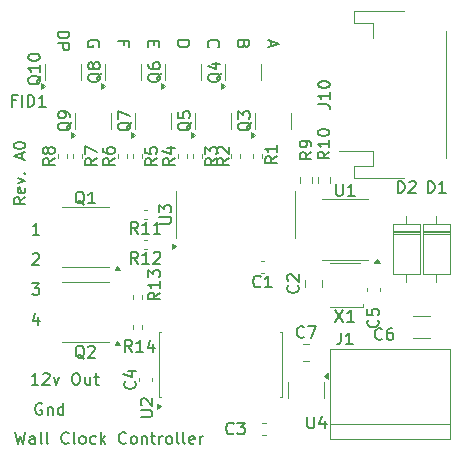
<source format=gbr>
%TF.GenerationSoftware,KiCad,Pcbnew,7.0.11-2.fc39*%
%TF.CreationDate,2024-08-16T08:17:41-07:00*%
%TF.ProjectId,wall_clock_full,77616c6c-5f63-46c6-9f63-6b5f66756c6c,A0*%
%TF.SameCoordinates,PX6d01460PY3072580*%
%TF.FileFunction,Legend,Top*%
%TF.FilePolarity,Positive*%
%FSLAX46Y46*%
G04 Gerber Fmt 4.6, Leading zero omitted, Abs format (unit mm)*
G04 Created by KiCad (PCBNEW 7.0.11-2.fc39) date 2024-08-16 08:17:41*
%MOMM*%
%LPD*%
G01*
G04 APERTURE LIST*
%ADD10C,0.200000*%
%ADD11C,0.150000*%
%ADD12C,0.120000*%
G04 APERTURE END LIST*
D10*
X1036435Y-36205219D02*
X1274530Y-37205219D01*
X1274530Y-37205219D02*
X1465006Y-36490933D01*
X1465006Y-36490933D02*
X1655482Y-37205219D01*
X1655482Y-37205219D02*
X1893578Y-36205219D01*
X2703101Y-37205219D02*
X2703101Y-36681409D01*
X2703101Y-36681409D02*
X2655482Y-36586171D01*
X2655482Y-36586171D02*
X2560244Y-36538552D01*
X2560244Y-36538552D02*
X2369768Y-36538552D01*
X2369768Y-36538552D02*
X2274530Y-36586171D01*
X2703101Y-37157600D02*
X2607863Y-37205219D01*
X2607863Y-37205219D02*
X2369768Y-37205219D01*
X2369768Y-37205219D02*
X2274530Y-37157600D01*
X2274530Y-37157600D02*
X2226911Y-37062361D01*
X2226911Y-37062361D02*
X2226911Y-36967123D01*
X2226911Y-36967123D02*
X2274530Y-36871885D01*
X2274530Y-36871885D02*
X2369768Y-36824266D01*
X2369768Y-36824266D02*
X2607863Y-36824266D01*
X2607863Y-36824266D02*
X2703101Y-36776647D01*
X3322149Y-37205219D02*
X3226911Y-37157600D01*
X3226911Y-37157600D02*
X3179292Y-37062361D01*
X3179292Y-37062361D02*
X3179292Y-36205219D01*
X3845959Y-37205219D02*
X3750721Y-37157600D01*
X3750721Y-37157600D02*
X3703102Y-37062361D01*
X3703102Y-37062361D02*
X3703102Y-36205219D01*
X5560245Y-37109980D02*
X5512626Y-37157600D01*
X5512626Y-37157600D02*
X5369769Y-37205219D01*
X5369769Y-37205219D02*
X5274531Y-37205219D01*
X5274531Y-37205219D02*
X5131674Y-37157600D01*
X5131674Y-37157600D02*
X5036436Y-37062361D01*
X5036436Y-37062361D02*
X4988817Y-36967123D01*
X4988817Y-36967123D02*
X4941198Y-36776647D01*
X4941198Y-36776647D02*
X4941198Y-36633790D01*
X4941198Y-36633790D02*
X4988817Y-36443314D01*
X4988817Y-36443314D02*
X5036436Y-36348076D01*
X5036436Y-36348076D02*
X5131674Y-36252838D01*
X5131674Y-36252838D02*
X5274531Y-36205219D01*
X5274531Y-36205219D02*
X5369769Y-36205219D01*
X5369769Y-36205219D02*
X5512626Y-36252838D01*
X5512626Y-36252838D02*
X5560245Y-36300457D01*
X6131674Y-37205219D02*
X6036436Y-37157600D01*
X6036436Y-37157600D02*
X5988817Y-37062361D01*
X5988817Y-37062361D02*
X5988817Y-36205219D01*
X6655484Y-37205219D02*
X6560246Y-37157600D01*
X6560246Y-37157600D02*
X6512627Y-37109980D01*
X6512627Y-37109980D02*
X6465008Y-37014742D01*
X6465008Y-37014742D02*
X6465008Y-36729028D01*
X6465008Y-36729028D02*
X6512627Y-36633790D01*
X6512627Y-36633790D02*
X6560246Y-36586171D01*
X6560246Y-36586171D02*
X6655484Y-36538552D01*
X6655484Y-36538552D02*
X6798341Y-36538552D01*
X6798341Y-36538552D02*
X6893579Y-36586171D01*
X6893579Y-36586171D02*
X6941198Y-36633790D01*
X6941198Y-36633790D02*
X6988817Y-36729028D01*
X6988817Y-36729028D02*
X6988817Y-37014742D01*
X6988817Y-37014742D02*
X6941198Y-37109980D01*
X6941198Y-37109980D02*
X6893579Y-37157600D01*
X6893579Y-37157600D02*
X6798341Y-37205219D01*
X6798341Y-37205219D02*
X6655484Y-37205219D01*
X7845960Y-37157600D02*
X7750722Y-37205219D01*
X7750722Y-37205219D02*
X7560246Y-37205219D01*
X7560246Y-37205219D02*
X7465008Y-37157600D01*
X7465008Y-37157600D02*
X7417389Y-37109980D01*
X7417389Y-37109980D02*
X7369770Y-37014742D01*
X7369770Y-37014742D02*
X7369770Y-36729028D01*
X7369770Y-36729028D02*
X7417389Y-36633790D01*
X7417389Y-36633790D02*
X7465008Y-36586171D01*
X7465008Y-36586171D02*
X7560246Y-36538552D01*
X7560246Y-36538552D02*
X7750722Y-36538552D01*
X7750722Y-36538552D02*
X7845960Y-36586171D01*
X8274532Y-37205219D02*
X8274532Y-36205219D01*
X8369770Y-36824266D02*
X8655484Y-37205219D01*
X8655484Y-36538552D02*
X8274532Y-36919504D01*
X10417389Y-37109980D02*
X10369770Y-37157600D01*
X10369770Y-37157600D02*
X10226913Y-37205219D01*
X10226913Y-37205219D02*
X10131675Y-37205219D01*
X10131675Y-37205219D02*
X9988818Y-37157600D01*
X9988818Y-37157600D02*
X9893580Y-37062361D01*
X9893580Y-37062361D02*
X9845961Y-36967123D01*
X9845961Y-36967123D02*
X9798342Y-36776647D01*
X9798342Y-36776647D02*
X9798342Y-36633790D01*
X9798342Y-36633790D02*
X9845961Y-36443314D01*
X9845961Y-36443314D02*
X9893580Y-36348076D01*
X9893580Y-36348076D02*
X9988818Y-36252838D01*
X9988818Y-36252838D02*
X10131675Y-36205219D01*
X10131675Y-36205219D02*
X10226913Y-36205219D01*
X10226913Y-36205219D02*
X10369770Y-36252838D01*
X10369770Y-36252838D02*
X10417389Y-36300457D01*
X10988818Y-37205219D02*
X10893580Y-37157600D01*
X10893580Y-37157600D02*
X10845961Y-37109980D01*
X10845961Y-37109980D02*
X10798342Y-37014742D01*
X10798342Y-37014742D02*
X10798342Y-36729028D01*
X10798342Y-36729028D02*
X10845961Y-36633790D01*
X10845961Y-36633790D02*
X10893580Y-36586171D01*
X10893580Y-36586171D02*
X10988818Y-36538552D01*
X10988818Y-36538552D02*
X11131675Y-36538552D01*
X11131675Y-36538552D02*
X11226913Y-36586171D01*
X11226913Y-36586171D02*
X11274532Y-36633790D01*
X11274532Y-36633790D02*
X11322151Y-36729028D01*
X11322151Y-36729028D02*
X11322151Y-37014742D01*
X11322151Y-37014742D02*
X11274532Y-37109980D01*
X11274532Y-37109980D02*
X11226913Y-37157600D01*
X11226913Y-37157600D02*
X11131675Y-37205219D01*
X11131675Y-37205219D02*
X10988818Y-37205219D01*
X11750723Y-36538552D02*
X11750723Y-37205219D01*
X11750723Y-36633790D02*
X11798342Y-36586171D01*
X11798342Y-36586171D02*
X11893580Y-36538552D01*
X11893580Y-36538552D02*
X12036437Y-36538552D01*
X12036437Y-36538552D02*
X12131675Y-36586171D01*
X12131675Y-36586171D02*
X12179294Y-36681409D01*
X12179294Y-36681409D02*
X12179294Y-37205219D01*
X12512628Y-36538552D02*
X12893580Y-36538552D01*
X12655485Y-36205219D02*
X12655485Y-37062361D01*
X12655485Y-37062361D02*
X12703104Y-37157600D01*
X12703104Y-37157600D02*
X12798342Y-37205219D01*
X12798342Y-37205219D02*
X12893580Y-37205219D01*
X13226914Y-37205219D02*
X13226914Y-36538552D01*
X13226914Y-36729028D02*
X13274533Y-36633790D01*
X13274533Y-36633790D02*
X13322152Y-36586171D01*
X13322152Y-36586171D02*
X13417390Y-36538552D01*
X13417390Y-36538552D02*
X13512628Y-36538552D01*
X13988819Y-37205219D02*
X13893581Y-37157600D01*
X13893581Y-37157600D02*
X13845962Y-37109980D01*
X13845962Y-37109980D02*
X13798343Y-37014742D01*
X13798343Y-37014742D02*
X13798343Y-36729028D01*
X13798343Y-36729028D02*
X13845962Y-36633790D01*
X13845962Y-36633790D02*
X13893581Y-36586171D01*
X13893581Y-36586171D02*
X13988819Y-36538552D01*
X13988819Y-36538552D02*
X14131676Y-36538552D01*
X14131676Y-36538552D02*
X14226914Y-36586171D01*
X14226914Y-36586171D02*
X14274533Y-36633790D01*
X14274533Y-36633790D02*
X14322152Y-36729028D01*
X14322152Y-36729028D02*
X14322152Y-37014742D01*
X14322152Y-37014742D02*
X14274533Y-37109980D01*
X14274533Y-37109980D02*
X14226914Y-37157600D01*
X14226914Y-37157600D02*
X14131676Y-37205219D01*
X14131676Y-37205219D02*
X13988819Y-37205219D01*
X14893581Y-37205219D02*
X14798343Y-37157600D01*
X14798343Y-37157600D02*
X14750724Y-37062361D01*
X14750724Y-37062361D02*
X14750724Y-36205219D01*
X15417391Y-37205219D02*
X15322153Y-37157600D01*
X15322153Y-37157600D02*
X15274534Y-37062361D01*
X15274534Y-37062361D02*
X15274534Y-36205219D01*
X16179296Y-37157600D02*
X16084058Y-37205219D01*
X16084058Y-37205219D02*
X15893582Y-37205219D01*
X15893582Y-37205219D02*
X15798344Y-37157600D01*
X15798344Y-37157600D02*
X15750725Y-37062361D01*
X15750725Y-37062361D02*
X15750725Y-36681409D01*
X15750725Y-36681409D02*
X15798344Y-36586171D01*
X15798344Y-36586171D02*
X15893582Y-36538552D01*
X15893582Y-36538552D02*
X16084058Y-36538552D01*
X16084058Y-36538552D02*
X16179296Y-36586171D01*
X16179296Y-36586171D02*
X16226915Y-36681409D01*
X16226915Y-36681409D02*
X16226915Y-36776647D01*
X16226915Y-36776647D02*
X15750725Y-36871885D01*
X16655487Y-37205219D02*
X16655487Y-36538552D01*
X16655487Y-36729028D02*
X16703106Y-36633790D01*
X16703106Y-36633790D02*
X16750725Y-36586171D01*
X16750725Y-36586171D02*
X16845963Y-36538552D01*
X16845963Y-36538552D02*
X16941201Y-36538552D01*
X1899219Y-16330898D02*
X1423028Y-16664231D01*
X1899219Y-16902326D02*
X899219Y-16902326D01*
X899219Y-16902326D02*
X899219Y-16521374D01*
X899219Y-16521374D02*
X946838Y-16426136D01*
X946838Y-16426136D02*
X994457Y-16378517D01*
X994457Y-16378517D02*
X1089695Y-16330898D01*
X1089695Y-16330898D02*
X1232552Y-16330898D01*
X1232552Y-16330898D02*
X1327790Y-16378517D01*
X1327790Y-16378517D02*
X1375409Y-16426136D01*
X1375409Y-16426136D02*
X1423028Y-16521374D01*
X1423028Y-16521374D02*
X1423028Y-16902326D01*
X1851600Y-15521374D02*
X1899219Y-15616612D01*
X1899219Y-15616612D02*
X1899219Y-15807088D01*
X1899219Y-15807088D02*
X1851600Y-15902326D01*
X1851600Y-15902326D02*
X1756361Y-15949945D01*
X1756361Y-15949945D02*
X1375409Y-15949945D01*
X1375409Y-15949945D02*
X1280171Y-15902326D01*
X1280171Y-15902326D02*
X1232552Y-15807088D01*
X1232552Y-15807088D02*
X1232552Y-15616612D01*
X1232552Y-15616612D02*
X1280171Y-15521374D01*
X1280171Y-15521374D02*
X1375409Y-15473755D01*
X1375409Y-15473755D02*
X1470647Y-15473755D01*
X1470647Y-15473755D02*
X1565885Y-15949945D01*
X1232552Y-15140421D02*
X1899219Y-14902326D01*
X1899219Y-14902326D02*
X1232552Y-14664231D01*
X1803980Y-14283278D02*
X1851600Y-14235659D01*
X1851600Y-14235659D02*
X1899219Y-14283278D01*
X1899219Y-14283278D02*
X1851600Y-14330897D01*
X1851600Y-14330897D02*
X1803980Y-14283278D01*
X1803980Y-14283278D02*
X1899219Y-14283278D01*
X1613504Y-13092802D02*
X1613504Y-12616612D01*
X1899219Y-13188040D02*
X899219Y-12854707D01*
X899219Y-12854707D02*
X1899219Y-12521374D01*
X899219Y-11997564D02*
X899219Y-11902326D01*
X899219Y-11902326D02*
X946838Y-11807088D01*
X946838Y-11807088D02*
X994457Y-11759469D01*
X994457Y-11759469D02*
X1089695Y-11711850D01*
X1089695Y-11711850D02*
X1280171Y-11664231D01*
X1280171Y-11664231D02*
X1518266Y-11664231D01*
X1518266Y-11664231D02*
X1708742Y-11711850D01*
X1708742Y-11711850D02*
X1803980Y-11759469D01*
X1803980Y-11759469D02*
X1851600Y-11807088D01*
X1851600Y-11807088D02*
X1899219Y-11902326D01*
X1899219Y-11902326D02*
X1899219Y-11997564D01*
X1899219Y-11997564D02*
X1851600Y-12092802D01*
X1851600Y-12092802D02*
X1803980Y-12140421D01*
X1803980Y-12140421D02*
X1708742Y-12188040D01*
X1708742Y-12188040D02*
X1518266Y-12235659D01*
X1518266Y-12235659D02*
X1280171Y-12235659D01*
X1280171Y-12235659D02*
X1089695Y-12188040D01*
X1089695Y-12188040D02*
X994457Y-12140421D01*
X994457Y-12140421D02*
X946838Y-12092802D01*
X946838Y-12092802D02*
X899219Y-11997564D01*
D11*
X27632819Y-12453857D02*
X27156628Y-12787190D01*
X27632819Y-13025285D02*
X26632819Y-13025285D01*
X26632819Y-13025285D02*
X26632819Y-12644333D01*
X26632819Y-12644333D02*
X26680438Y-12549095D01*
X26680438Y-12549095D02*
X26728057Y-12501476D01*
X26728057Y-12501476D02*
X26823295Y-12453857D01*
X26823295Y-12453857D02*
X26966152Y-12453857D01*
X26966152Y-12453857D02*
X27061390Y-12501476D01*
X27061390Y-12501476D02*
X27109009Y-12549095D01*
X27109009Y-12549095D02*
X27156628Y-12644333D01*
X27156628Y-12644333D02*
X27156628Y-13025285D01*
X27632819Y-11501476D02*
X27632819Y-12072904D01*
X27632819Y-11787190D02*
X26632819Y-11787190D01*
X26632819Y-11787190D02*
X26775676Y-11882428D01*
X26775676Y-11882428D02*
X26870914Y-11977666D01*
X26870914Y-11977666D02*
X26918533Y-12072904D01*
X26632819Y-10882428D02*
X26632819Y-10787190D01*
X26632819Y-10787190D02*
X26680438Y-10691952D01*
X26680438Y-10691952D02*
X26728057Y-10644333D01*
X26728057Y-10644333D02*
X26823295Y-10596714D01*
X26823295Y-10596714D02*
X27013771Y-10549095D01*
X27013771Y-10549095D02*
X27251866Y-10549095D01*
X27251866Y-10549095D02*
X27442342Y-10596714D01*
X27442342Y-10596714D02*
X27537580Y-10644333D01*
X27537580Y-10644333D02*
X27585200Y-10691952D01*
X27585200Y-10691952D02*
X27632819Y-10787190D01*
X27632819Y-10787190D02*
X27632819Y-10882428D01*
X27632819Y-10882428D02*
X27585200Y-10977666D01*
X27585200Y-10977666D02*
X27537580Y-11025285D01*
X27537580Y-11025285D02*
X27442342Y-11072904D01*
X27442342Y-11072904D02*
X27251866Y-11120523D01*
X27251866Y-11120523D02*
X27013771Y-11120523D01*
X27013771Y-11120523D02*
X26823295Y-11072904D01*
X26823295Y-11072904D02*
X26728057Y-11025285D01*
X26728057Y-11025285D02*
X26680438Y-10977666D01*
X26680438Y-10977666D02*
X26632819Y-10882428D01*
X10228990Y-3444857D02*
X10228990Y-3111524D01*
X9705180Y-3111524D02*
X10705180Y-3111524D01*
X10705180Y-3111524D02*
X10705180Y-3587714D01*
X14785180Y-3040095D02*
X15785180Y-3040095D01*
X15785180Y-3040095D02*
X15785180Y-3278190D01*
X15785180Y-3278190D02*
X15737561Y-3421047D01*
X15737561Y-3421047D02*
X15642323Y-3516285D01*
X15642323Y-3516285D02*
X15547085Y-3563904D01*
X15547085Y-3563904D02*
X15356609Y-3611523D01*
X15356609Y-3611523D02*
X15213752Y-3611523D01*
X15213752Y-3611523D02*
X15023276Y-3563904D01*
X15023276Y-3563904D02*
X14928038Y-3516285D01*
X14928038Y-3516285D02*
X14832800Y-3421047D01*
X14832800Y-3421047D02*
X14785180Y-3278190D01*
X14785180Y-3278190D02*
X14785180Y-3040095D01*
X11422142Y-21944819D02*
X11088809Y-21468628D01*
X10850714Y-21944819D02*
X10850714Y-20944819D01*
X10850714Y-20944819D02*
X11231666Y-20944819D01*
X11231666Y-20944819D02*
X11326904Y-20992438D01*
X11326904Y-20992438D02*
X11374523Y-21040057D01*
X11374523Y-21040057D02*
X11422142Y-21135295D01*
X11422142Y-21135295D02*
X11422142Y-21278152D01*
X11422142Y-21278152D02*
X11374523Y-21373390D01*
X11374523Y-21373390D02*
X11326904Y-21421009D01*
X11326904Y-21421009D02*
X11231666Y-21468628D01*
X11231666Y-21468628D02*
X10850714Y-21468628D01*
X12374523Y-21944819D02*
X11803095Y-21944819D01*
X12088809Y-21944819D02*
X12088809Y-20944819D01*
X12088809Y-20944819D02*
X11993571Y-21087676D01*
X11993571Y-21087676D02*
X11898333Y-21182914D01*
X11898333Y-21182914D02*
X11803095Y-21230533D01*
X12755476Y-21040057D02*
X12803095Y-20992438D01*
X12803095Y-20992438D02*
X12898333Y-20944819D01*
X12898333Y-20944819D02*
X13136428Y-20944819D01*
X13136428Y-20944819D02*
X13231666Y-20992438D01*
X13231666Y-20992438D02*
X13279285Y-21040057D01*
X13279285Y-21040057D02*
X13326904Y-21135295D01*
X13326904Y-21135295D02*
X13326904Y-21230533D01*
X13326904Y-21230533D02*
X13279285Y-21373390D01*
X13279285Y-21373390D02*
X12707857Y-21944819D01*
X12707857Y-21944819D02*
X13326904Y-21944819D01*
X2460667Y-23584819D02*
X3079714Y-23584819D01*
X3079714Y-23584819D02*
X2746381Y-23965771D01*
X2746381Y-23965771D02*
X2889238Y-23965771D01*
X2889238Y-23965771D02*
X2984476Y-24013390D01*
X2984476Y-24013390D02*
X3032095Y-24061009D01*
X3032095Y-24061009D02*
X3079714Y-24156247D01*
X3079714Y-24156247D02*
X3079714Y-24394342D01*
X3079714Y-24394342D02*
X3032095Y-24489580D01*
X3032095Y-24489580D02*
X2984476Y-24537200D01*
X2984476Y-24537200D02*
X2889238Y-24584819D01*
X2889238Y-24584819D02*
X2603524Y-24584819D01*
X2603524Y-24584819D02*
X2508286Y-24537200D01*
X2508286Y-24537200D02*
X2460667Y-24489580D01*
X6889761Y-29985057D02*
X6794523Y-29937438D01*
X6794523Y-29937438D02*
X6699285Y-29842200D01*
X6699285Y-29842200D02*
X6556428Y-29699342D01*
X6556428Y-29699342D02*
X6461190Y-29651723D01*
X6461190Y-29651723D02*
X6365952Y-29651723D01*
X6413571Y-29889819D02*
X6318333Y-29842200D01*
X6318333Y-29842200D02*
X6223095Y-29746961D01*
X6223095Y-29746961D02*
X6175476Y-29556485D01*
X6175476Y-29556485D02*
X6175476Y-29223152D01*
X6175476Y-29223152D02*
X6223095Y-29032676D01*
X6223095Y-29032676D02*
X6318333Y-28937438D01*
X6318333Y-28937438D02*
X6413571Y-28889819D01*
X6413571Y-28889819D02*
X6604047Y-28889819D01*
X6604047Y-28889819D02*
X6699285Y-28937438D01*
X6699285Y-28937438D02*
X6794523Y-29032676D01*
X6794523Y-29032676D02*
X6842142Y-29223152D01*
X6842142Y-29223152D02*
X6842142Y-29556485D01*
X6842142Y-29556485D02*
X6794523Y-29746961D01*
X6794523Y-29746961D02*
X6699285Y-29842200D01*
X6699285Y-29842200D02*
X6604047Y-29889819D01*
X6604047Y-29889819D02*
X6413571Y-29889819D01*
X7223095Y-28985057D02*
X7270714Y-28937438D01*
X7270714Y-28937438D02*
X7365952Y-28889819D01*
X7365952Y-28889819D02*
X7604047Y-28889819D01*
X7604047Y-28889819D02*
X7699285Y-28937438D01*
X7699285Y-28937438D02*
X7746904Y-28985057D01*
X7746904Y-28985057D02*
X7794523Y-29080295D01*
X7794523Y-29080295D02*
X7794523Y-29175533D01*
X7794523Y-29175533D02*
X7746904Y-29318390D01*
X7746904Y-29318390D02*
X7175476Y-29889819D01*
X7175476Y-29889819D02*
X7794523Y-29889819D01*
X13239819Y-18541904D02*
X14049342Y-18541904D01*
X14049342Y-18541904D02*
X14144580Y-18494285D01*
X14144580Y-18494285D02*
X14192200Y-18446666D01*
X14192200Y-18446666D02*
X14239819Y-18351428D01*
X14239819Y-18351428D02*
X14239819Y-18160952D01*
X14239819Y-18160952D02*
X14192200Y-18065714D01*
X14192200Y-18065714D02*
X14144580Y-18018095D01*
X14144580Y-18018095D02*
X14049342Y-17970476D01*
X14049342Y-17970476D02*
X13239819Y-17970476D01*
X13239819Y-17589523D02*
X13239819Y-16970476D01*
X13239819Y-16970476D02*
X13620771Y-17303809D01*
X13620771Y-17303809D02*
X13620771Y-17160952D01*
X13620771Y-17160952D02*
X13668390Y-17065714D01*
X13668390Y-17065714D02*
X13716009Y-17018095D01*
X13716009Y-17018095D02*
X13811247Y-16970476D01*
X13811247Y-16970476D02*
X14049342Y-16970476D01*
X14049342Y-16970476D02*
X14144580Y-17018095D01*
X14144580Y-17018095D02*
X14192200Y-17065714D01*
X14192200Y-17065714D02*
X14239819Y-17160952D01*
X14239819Y-17160952D02*
X14239819Y-17446666D01*
X14239819Y-17446666D02*
X14192200Y-17541904D01*
X14192200Y-17541904D02*
X14144580Y-17589523D01*
X13281819Y-24391857D02*
X12805628Y-24725190D01*
X13281819Y-24963285D02*
X12281819Y-24963285D01*
X12281819Y-24963285D02*
X12281819Y-24582333D01*
X12281819Y-24582333D02*
X12329438Y-24487095D01*
X12329438Y-24487095D02*
X12377057Y-24439476D01*
X12377057Y-24439476D02*
X12472295Y-24391857D01*
X12472295Y-24391857D02*
X12615152Y-24391857D01*
X12615152Y-24391857D02*
X12710390Y-24439476D01*
X12710390Y-24439476D02*
X12758009Y-24487095D01*
X12758009Y-24487095D02*
X12805628Y-24582333D01*
X12805628Y-24582333D02*
X12805628Y-24963285D01*
X13281819Y-23439476D02*
X13281819Y-24010904D01*
X13281819Y-23725190D02*
X12281819Y-23725190D01*
X12281819Y-23725190D02*
X12424676Y-23820428D01*
X12424676Y-23820428D02*
X12519914Y-23915666D01*
X12519914Y-23915666D02*
X12567533Y-24010904D01*
X12281819Y-23106142D02*
X12281819Y-22487095D01*
X12281819Y-22487095D02*
X12662771Y-22820428D01*
X12662771Y-22820428D02*
X12662771Y-22677571D01*
X12662771Y-22677571D02*
X12710390Y-22582333D01*
X12710390Y-22582333D02*
X12758009Y-22534714D01*
X12758009Y-22534714D02*
X12853247Y-22487095D01*
X12853247Y-22487095D02*
X13091342Y-22487095D01*
X13091342Y-22487095D02*
X13186580Y-22534714D01*
X13186580Y-22534714D02*
X13234200Y-22582333D01*
X13234200Y-22582333D02*
X13281819Y-22677571D01*
X13281819Y-22677571D02*
X13281819Y-22963285D01*
X13281819Y-22963285D02*
X13234200Y-23058523D01*
X13234200Y-23058523D02*
X13186580Y-23106142D01*
X4625180Y-2286095D02*
X5625180Y-2286095D01*
X5625180Y-2286095D02*
X5625180Y-2524190D01*
X5625180Y-2524190D02*
X5577561Y-2667047D01*
X5577561Y-2667047D02*
X5482323Y-2762285D01*
X5482323Y-2762285D02*
X5387085Y-2809904D01*
X5387085Y-2809904D02*
X5196609Y-2857523D01*
X5196609Y-2857523D02*
X5053752Y-2857523D01*
X5053752Y-2857523D02*
X4863276Y-2809904D01*
X4863276Y-2809904D02*
X4768038Y-2762285D01*
X4768038Y-2762285D02*
X4672800Y-2667047D01*
X4672800Y-2667047D02*
X4625180Y-2524190D01*
X4625180Y-2524190D02*
X4625180Y-2286095D01*
X4625180Y-3286095D02*
X5625180Y-3286095D01*
X5625180Y-3286095D02*
X5625180Y-3667047D01*
X5625180Y-3667047D02*
X5577561Y-3762285D01*
X5577561Y-3762285D02*
X5529942Y-3809904D01*
X5529942Y-3809904D02*
X5434704Y-3857523D01*
X5434704Y-3857523D02*
X5291847Y-3857523D01*
X5291847Y-3857523D02*
X5196609Y-3809904D01*
X5196609Y-3809904D02*
X5148990Y-3762285D01*
X5148990Y-3762285D02*
X5101371Y-3667047D01*
X5101371Y-3667047D02*
X5101371Y-3286095D01*
X11422142Y-19404819D02*
X11088809Y-18928628D01*
X10850714Y-19404819D02*
X10850714Y-18404819D01*
X10850714Y-18404819D02*
X11231666Y-18404819D01*
X11231666Y-18404819D02*
X11326904Y-18452438D01*
X11326904Y-18452438D02*
X11374523Y-18500057D01*
X11374523Y-18500057D02*
X11422142Y-18595295D01*
X11422142Y-18595295D02*
X11422142Y-18738152D01*
X11422142Y-18738152D02*
X11374523Y-18833390D01*
X11374523Y-18833390D02*
X11326904Y-18881009D01*
X11326904Y-18881009D02*
X11231666Y-18928628D01*
X11231666Y-18928628D02*
X10850714Y-18928628D01*
X12374523Y-19404819D02*
X11803095Y-19404819D01*
X12088809Y-19404819D02*
X12088809Y-18404819D01*
X12088809Y-18404819D02*
X11993571Y-18547676D01*
X11993571Y-18547676D02*
X11898333Y-18642914D01*
X11898333Y-18642914D02*
X11803095Y-18690533D01*
X13326904Y-19404819D02*
X12755476Y-19404819D01*
X13041190Y-19404819D02*
X13041190Y-18404819D01*
X13041190Y-18404819D02*
X12945952Y-18547676D01*
X12945952Y-18547676D02*
X12850714Y-18642914D01*
X12850714Y-18642914D02*
X12755476Y-18690533D01*
X3294142Y-33792438D02*
X3198904Y-33744819D01*
X3198904Y-33744819D02*
X3056047Y-33744819D01*
X3056047Y-33744819D02*
X2913190Y-33792438D01*
X2913190Y-33792438D02*
X2817952Y-33887676D01*
X2817952Y-33887676D02*
X2770333Y-33982914D01*
X2770333Y-33982914D02*
X2722714Y-34173390D01*
X2722714Y-34173390D02*
X2722714Y-34316247D01*
X2722714Y-34316247D02*
X2770333Y-34506723D01*
X2770333Y-34506723D02*
X2817952Y-34601961D01*
X2817952Y-34601961D02*
X2913190Y-34697200D01*
X2913190Y-34697200D02*
X3056047Y-34744819D01*
X3056047Y-34744819D02*
X3151285Y-34744819D01*
X3151285Y-34744819D02*
X3294142Y-34697200D01*
X3294142Y-34697200D02*
X3341761Y-34649580D01*
X3341761Y-34649580D02*
X3341761Y-34316247D01*
X3341761Y-34316247D02*
X3151285Y-34316247D01*
X3770333Y-34078152D02*
X3770333Y-34744819D01*
X3770333Y-34173390D02*
X3817952Y-34125771D01*
X3817952Y-34125771D02*
X3913190Y-34078152D01*
X3913190Y-34078152D02*
X4056047Y-34078152D01*
X4056047Y-34078152D02*
X4151285Y-34125771D01*
X4151285Y-34125771D02*
X4198904Y-34221009D01*
X4198904Y-34221009D02*
X4198904Y-34744819D01*
X5103666Y-34744819D02*
X5103666Y-33744819D01*
X5103666Y-34697200D02*
X5008428Y-34744819D01*
X5008428Y-34744819D02*
X4817952Y-34744819D01*
X4817952Y-34744819D02*
X4722714Y-34697200D01*
X4722714Y-34697200D02*
X4675095Y-34649580D01*
X4675095Y-34649580D02*
X4627476Y-34554342D01*
X4627476Y-34554342D02*
X4627476Y-34268628D01*
X4627476Y-34268628D02*
X4675095Y-34173390D01*
X4675095Y-34173390D02*
X4722714Y-34125771D01*
X4722714Y-34125771D02*
X4817952Y-34078152D01*
X4817952Y-34078152D02*
X5008428Y-34078152D01*
X5008428Y-34078152D02*
X5103666Y-34125771D01*
X22690895Y-3063905D02*
X22690895Y-3540095D01*
X22405180Y-2968667D02*
X23405180Y-3302000D01*
X23405180Y-3302000D02*
X22405180Y-3635333D01*
X11154580Y-31916666D02*
X11202200Y-31964285D01*
X11202200Y-31964285D02*
X11249819Y-32107142D01*
X11249819Y-32107142D02*
X11249819Y-32202380D01*
X11249819Y-32202380D02*
X11202200Y-32345237D01*
X11202200Y-32345237D02*
X11106961Y-32440475D01*
X11106961Y-32440475D02*
X11011723Y-32488094D01*
X11011723Y-32488094D02*
X10821247Y-32535713D01*
X10821247Y-32535713D02*
X10678390Y-32535713D01*
X10678390Y-32535713D02*
X10487914Y-32488094D01*
X10487914Y-32488094D02*
X10392676Y-32440475D01*
X10392676Y-32440475D02*
X10297438Y-32345237D01*
X10297438Y-32345237D02*
X10249819Y-32202380D01*
X10249819Y-32202380D02*
X10249819Y-32107142D01*
X10249819Y-32107142D02*
X10297438Y-31964285D01*
X10297438Y-31964285D02*
X10345057Y-31916666D01*
X10583152Y-31059523D02*
X11249819Y-31059523D01*
X10202200Y-31297618D02*
X10916485Y-31535713D01*
X10916485Y-31535713D02*
X10916485Y-30916666D01*
X20388990Y-3373428D02*
X20341371Y-3516285D01*
X20341371Y-3516285D02*
X20293752Y-3563904D01*
X20293752Y-3563904D02*
X20198514Y-3611523D01*
X20198514Y-3611523D02*
X20055657Y-3611523D01*
X20055657Y-3611523D02*
X19960419Y-3563904D01*
X19960419Y-3563904D02*
X19912800Y-3516285D01*
X19912800Y-3516285D02*
X19865180Y-3421047D01*
X19865180Y-3421047D02*
X19865180Y-3040095D01*
X19865180Y-3040095D02*
X20865180Y-3040095D01*
X20865180Y-3040095D02*
X20865180Y-3373428D01*
X20865180Y-3373428D02*
X20817561Y-3468666D01*
X20817561Y-3468666D02*
X20769942Y-3516285D01*
X20769942Y-3516285D02*
X20674704Y-3563904D01*
X20674704Y-3563904D02*
X20579466Y-3563904D01*
X20579466Y-3563904D02*
X20484228Y-3516285D01*
X20484228Y-3516285D02*
X20436609Y-3468666D01*
X20436609Y-3468666D02*
X20388990Y-3373428D01*
X20388990Y-3373428D02*
X20388990Y-3040095D01*
X7947819Y-13019166D02*
X7471628Y-13352499D01*
X7947819Y-13590594D02*
X6947819Y-13590594D01*
X6947819Y-13590594D02*
X6947819Y-13209642D01*
X6947819Y-13209642D02*
X6995438Y-13114404D01*
X6995438Y-13114404D02*
X7043057Y-13066785D01*
X7043057Y-13066785D02*
X7138295Y-13019166D01*
X7138295Y-13019166D02*
X7281152Y-13019166D01*
X7281152Y-13019166D02*
X7376390Y-13066785D01*
X7376390Y-13066785D02*
X7424009Y-13114404D01*
X7424009Y-13114404D02*
X7471628Y-13209642D01*
X7471628Y-13209642D02*
X7471628Y-13590594D01*
X6947819Y-12685832D02*
X6947819Y-12019166D01*
X6947819Y-12019166D02*
X7947819Y-12447737D01*
X26108819Y-12485666D02*
X25632628Y-12818999D01*
X26108819Y-13057094D02*
X25108819Y-13057094D01*
X25108819Y-13057094D02*
X25108819Y-12676142D01*
X25108819Y-12676142D02*
X25156438Y-12580904D01*
X25156438Y-12580904D02*
X25204057Y-12533285D01*
X25204057Y-12533285D02*
X25299295Y-12485666D01*
X25299295Y-12485666D02*
X25442152Y-12485666D01*
X25442152Y-12485666D02*
X25537390Y-12533285D01*
X25537390Y-12533285D02*
X25585009Y-12580904D01*
X25585009Y-12580904D02*
X25632628Y-12676142D01*
X25632628Y-12676142D02*
X25632628Y-13057094D01*
X26108819Y-12009475D02*
X26108819Y-11818999D01*
X26108819Y-11818999D02*
X26061200Y-11723761D01*
X26061200Y-11723761D02*
X26013580Y-11676142D01*
X26013580Y-11676142D02*
X25870723Y-11580904D01*
X25870723Y-11580904D02*
X25680247Y-11533285D01*
X25680247Y-11533285D02*
X25299295Y-11533285D01*
X25299295Y-11533285D02*
X25204057Y-11580904D01*
X25204057Y-11580904D02*
X25156438Y-11628523D01*
X25156438Y-11628523D02*
X25108819Y-11723761D01*
X25108819Y-11723761D02*
X25108819Y-11914237D01*
X25108819Y-11914237D02*
X25156438Y-12009475D01*
X25156438Y-12009475D02*
X25204057Y-12057094D01*
X25204057Y-12057094D02*
X25299295Y-12104713D01*
X25299295Y-12104713D02*
X25537390Y-12104713D01*
X25537390Y-12104713D02*
X25632628Y-12057094D01*
X25632628Y-12057094D02*
X25680247Y-12009475D01*
X25680247Y-12009475D02*
X25727866Y-11914237D01*
X25727866Y-11914237D02*
X25727866Y-11723761D01*
X25727866Y-11723761D02*
X25680247Y-11628523D01*
X25680247Y-11628523D02*
X25632628Y-11580904D01*
X25632628Y-11580904D02*
X25537390Y-11533285D01*
X25781095Y-34887819D02*
X25781095Y-35697342D01*
X25781095Y-35697342D02*
X25828714Y-35792580D01*
X25828714Y-35792580D02*
X25876333Y-35840200D01*
X25876333Y-35840200D02*
X25971571Y-35887819D01*
X25971571Y-35887819D02*
X26162047Y-35887819D01*
X26162047Y-35887819D02*
X26257285Y-35840200D01*
X26257285Y-35840200D02*
X26304904Y-35792580D01*
X26304904Y-35792580D02*
X26352523Y-35697342D01*
X26352523Y-35697342D02*
X26352523Y-34887819D01*
X27257285Y-35221152D02*
X27257285Y-35887819D01*
X27019190Y-34840200D02*
X26781095Y-35554485D01*
X26781095Y-35554485D02*
X27400142Y-35554485D01*
X13390057Y-5810238D02*
X13342438Y-5905476D01*
X13342438Y-5905476D02*
X13247200Y-6000714D01*
X13247200Y-6000714D02*
X13104342Y-6143571D01*
X13104342Y-6143571D02*
X13056723Y-6238809D01*
X13056723Y-6238809D02*
X13056723Y-6334047D01*
X13294819Y-6286428D02*
X13247200Y-6381666D01*
X13247200Y-6381666D02*
X13151961Y-6476904D01*
X13151961Y-6476904D02*
X12961485Y-6524523D01*
X12961485Y-6524523D02*
X12628152Y-6524523D01*
X12628152Y-6524523D02*
X12437676Y-6476904D01*
X12437676Y-6476904D02*
X12342438Y-6381666D01*
X12342438Y-6381666D02*
X12294819Y-6286428D01*
X12294819Y-6286428D02*
X12294819Y-6095952D01*
X12294819Y-6095952D02*
X12342438Y-6000714D01*
X12342438Y-6000714D02*
X12437676Y-5905476D01*
X12437676Y-5905476D02*
X12628152Y-5857857D01*
X12628152Y-5857857D02*
X12961485Y-5857857D01*
X12961485Y-5857857D02*
X13151961Y-5905476D01*
X13151961Y-5905476D02*
X13247200Y-6000714D01*
X13247200Y-6000714D02*
X13294819Y-6095952D01*
X13294819Y-6095952D02*
X13294819Y-6286428D01*
X12294819Y-5000714D02*
X12294819Y-5191190D01*
X12294819Y-5191190D02*
X12342438Y-5286428D01*
X12342438Y-5286428D02*
X12390057Y-5334047D01*
X12390057Y-5334047D02*
X12532914Y-5429285D01*
X12532914Y-5429285D02*
X12723390Y-5476904D01*
X12723390Y-5476904D02*
X13104342Y-5476904D01*
X13104342Y-5476904D02*
X13199580Y-5429285D01*
X13199580Y-5429285D02*
X13247200Y-5381666D01*
X13247200Y-5381666D02*
X13294819Y-5286428D01*
X13294819Y-5286428D02*
X13294819Y-5095952D01*
X13294819Y-5095952D02*
X13247200Y-5000714D01*
X13247200Y-5000714D02*
X13199580Y-4953095D01*
X13199580Y-4953095D02*
X13104342Y-4905476D01*
X13104342Y-4905476D02*
X12866247Y-4905476D01*
X12866247Y-4905476D02*
X12771009Y-4953095D01*
X12771009Y-4953095D02*
X12723390Y-5000714D01*
X12723390Y-5000714D02*
X12675771Y-5095952D01*
X12675771Y-5095952D02*
X12675771Y-5286428D01*
X12675771Y-5286428D02*
X12723390Y-5381666D01*
X12723390Y-5381666D02*
X12771009Y-5429285D01*
X12771009Y-5429285D02*
X12866247Y-5476904D01*
X6889761Y-16933057D02*
X6794523Y-16885438D01*
X6794523Y-16885438D02*
X6699285Y-16790200D01*
X6699285Y-16790200D02*
X6556428Y-16647342D01*
X6556428Y-16647342D02*
X6461190Y-16599723D01*
X6461190Y-16599723D02*
X6365952Y-16599723D01*
X6413571Y-16837819D02*
X6318333Y-16790200D01*
X6318333Y-16790200D02*
X6223095Y-16694961D01*
X6223095Y-16694961D02*
X6175476Y-16504485D01*
X6175476Y-16504485D02*
X6175476Y-16171152D01*
X6175476Y-16171152D02*
X6223095Y-15980676D01*
X6223095Y-15980676D02*
X6318333Y-15885438D01*
X6318333Y-15885438D02*
X6413571Y-15837819D01*
X6413571Y-15837819D02*
X6604047Y-15837819D01*
X6604047Y-15837819D02*
X6699285Y-15885438D01*
X6699285Y-15885438D02*
X6794523Y-15980676D01*
X6794523Y-15980676D02*
X6842142Y-16171152D01*
X6842142Y-16171152D02*
X6842142Y-16504485D01*
X6842142Y-16504485D02*
X6794523Y-16694961D01*
X6794523Y-16694961D02*
X6699285Y-16790200D01*
X6699285Y-16790200D02*
X6604047Y-16837819D01*
X6604047Y-16837819D02*
X6413571Y-16837819D01*
X7794523Y-16837819D02*
X7223095Y-16837819D01*
X7508809Y-16837819D02*
X7508809Y-15837819D01*
X7508809Y-15837819D02*
X7413571Y-15980676D01*
X7413571Y-15980676D02*
X7318333Y-16075914D01*
X7318333Y-16075914D02*
X7223095Y-16123533D01*
X8117561Y-3563904D02*
X8165180Y-3468666D01*
X8165180Y-3468666D02*
X8165180Y-3325809D01*
X8165180Y-3325809D02*
X8117561Y-3182952D01*
X8117561Y-3182952D02*
X8022323Y-3087714D01*
X8022323Y-3087714D02*
X7927085Y-3040095D01*
X7927085Y-3040095D02*
X7736609Y-2992476D01*
X7736609Y-2992476D02*
X7593752Y-2992476D01*
X7593752Y-2992476D02*
X7403276Y-3040095D01*
X7403276Y-3040095D02*
X7308038Y-3087714D01*
X7308038Y-3087714D02*
X7212800Y-3182952D01*
X7212800Y-3182952D02*
X7165180Y-3325809D01*
X7165180Y-3325809D02*
X7165180Y-3421047D01*
X7165180Y-3421047D02*
X7212800Y-3563904D01*
X7212800Y-3563904D02*
X7260419Y-3611523D01*
X7260419Y-3611523D02*
X7593752Y-3611523D01*
X7593752Y-3611523D02*
X7593752Y-3421047D01*
X14524819Y-13019166D02*
X14048628Y-13352499D01*
X14524819Y-13590594D02*
X13524819Y-13590594D01*
X13524819Y-13590594D02*
X13524819Y-13209642D01*
X13524819Y-13209642D02*
X13572438Y-13114404D01*
X13572438Y-13114404D02*
X13620057Y-13066785D01*
X13620057Y-13066785D02*
X13715295Y-13019166D01*
X13715295Y-13019166D02*
X13858152Y-13019166D01*
X13858152Y-13019166D02*
X13953390Y-13066785D01*
X13953390Y-13066785D02*
X14001009Y-13114404D01*
X14001009Y-13114404D02*
X14048628Y-13209642D01*
X14048628Y-13209642D02*
X14048628Y-13590594D01*
X13858152Y-12162023D02*
X14524819Y-12162023D01*
X13477200Y-12400118D02*
X14191485Y-12638213D01*
X14191485Y-12638213D02*
X14191485Y-12019166D01*
X1087571Y-8122509D02*
X754238Y-8122509D01*
X754238Y-8646319D02*
X754238Y-7646319D01*
X754238Y-7646319D02*
X1230428Y-7646319D01*
X1611381Y-8646319D02*
X1611381Y-7646319D01*
X2087571Y-8646319D02*
X2087571Y-7646319D01*
X2087571Y-7646319D02*
X2325666Y-7646319D01*
X2325666Y-7646319D02*
X2468523Y-7693938D01*
X2468523Y-7693938D02*
X2563761Y-7789176D01*
X2563761Y-7789176D02*
X2611380Y-7884414D01*
X2611380Y-7884414D02*
X2658999Y-8074890D01*
X2658999Y-8074890D02*
X2658999Y-8217747D01*
X2658999Y-8217747D02*
X2611380Y-8408223D01*
X2611380Y-8408223D02*
X2563761Y-8503461D01*
X2563761Y-8503461D02*
X2468523Y-8598700D01*
X2468523Y-8598700D02*
X2325666Y-8646319D01*
X2325666Y-8646319D02*
X2087571Y-8646319D01*
X3611380Y-8646319D02*
X3039952Y-8646319D01*
X3325666Y-8646319D02*
X3325666Y-7646319D01*
X3325666Y-7646319D02*
X3230428Y-7789176D01*
X3230428Y-7789176D02*
X3135190Y-7884414D01*
X3135190Y-7884414D02*
X3039952Y-7932033D01*
X3079714Y-19504819D02*
X2508286Y-19504819D01*
X2794000Y-19504819D02*
X2794000Y-18504819D01*
X2794000Y-18504819D02*
X2698762Y-18647676D01*
X2698762Y-18647676D02*
X2603524Y-18742914D01*
X2603524Y-18742914D02*
X2508286Y-18790533D01*
X2508286Y-21140057D02*
X2555905Y-21092438D01*
X2555905Y-21092438D02*
X2651143Y-21044819D01*
X2651143Y-21044819D02*
X2889238Y-21044819D01*
X2889238Y-21044819D02*
X2984476Y-21092438D01*
X2984476Y-21092438D02*
X3032095Y-21140057D01*
X3032095Y-21140057D02*
X3079714Y-21235295D01*
X3079714Y-21235295D02*
X3079714Y-21330533D01*
X3079714Y-21330533D02*
X3032095Y-21473390D01*
X3032095Y-21473390D02*
X2460667Y-22044819D01*
X2460667Y-22044819D02*
X3079714Y-22044819D01*
X21010057Y-9952738D02*
X20962438Y-10047976D01*
X20962438Y-10047976D02*
X20867200Y-10143214D01*
X20867200Y-10143214D02*
X20724342Y-10286071D01*
X20724342Y-10286071D02*
X20676723Y-10381309D01*
X20676723Y-10381309D02*
X20676723Y-10476547D01*
X20914819Y-10428928D02*
X20867200Y-10524166D01*
X20867200Y-10524166D02*
X20771961Y-10619404D01*
X20771961Y-10619404D02*
X20581485Y-10667023D01*
X20581485Y-10667023D02*
X20248152Y-10667023D01*
X20248152Y-10667023D02*
X20057676Y-10619404D01*
X20057676Y-10619404D02*
X19962438Y-10524166D01*
X19962438Y-10524166D02*
X19914819Y-10428928D01*
X19914819Y-10428928D02*
X19914819Y-10238452D01*
X19914819Y-10238452D02*
X19962438Y-10143214D01*
X19962438Y-10143214D02*
X20057676Y-10047976D01*
X20057676Y-10047976D02*
X20248152Y-10000357D01*
X20248152Y-10000357D02*
X20581485Y-10000357D01*
X20581485Y-10000357D02*
X20771961Y-10047976D01*
X20771961Y-10047976D02*
X20867200Y-10143214D01*
X20867200Y-10143214D02*
X20914819Y-10238452D01*
X20914819Y-10238452D02*
X20914819Y-10428928D01*
X19914819Y-9667023D02*
X19914819Y-9047976D01*
X19914819Y-9047976D02*
X20295771Y-9381309D01*
X20295771Y-9381309D02*
X20295771Y-9238452D01*
X20295771Y-9238452D02*
X20343390Y-9143214D01*
X20343390Y-9143214D02*
X20391009Y-9095595D01*
X20391009Y-9095595D02*
X20486247Y-9047976D01*
X20486247Y-9047976D02*
X20724342Y-9047976D01*
X20724342Y-9047976D02*
X20819580Y-9095595D01*
X20819580Y-9095595D02*
X20867200Y-9143214D01*
X20867200Y-9143214D02*
X20914819Y-9238452D01*
X20914819Y-9238452D02*
X20914819Y-9524166D01*
X20914819Y-9524166D02*
X20867200Y-9619404D01*
X20867200Y-9619404D02*
X20819580Y-9667023D01*
X8310057Y-5810238D02*
X8262438Y-5905476D01*
X8262438Y-5905476D02*
X8167200Y-6000714D01*
X8167200Y-6000714D02*
X8024342Y-6143571D01*
X8024342Y-6143571D02*
X7976723Y-6238809D01*
X7976723Y-6238809D02*
X7976723Y-6334047D01*
X8214819Y-6286428D02*
X8167200Y-6381666D01*
X8167200Y-6381666D02*
X8071961Y-6476904D01*
X8071961Y-6476904D02*
X7881485Y-6524523D01*
X7881485Y-6524523D02*
X7548152Y-6524523D01*
X7548152Y-6524523D02*
X7357676Y-6476904D01*
X7357676Y-6476904D02*
X7262438Y-6381666D01*
X7262438Y-6381666D02*
X7214819Y-6286428D01*
X7214819Y-6286428D02*
X7214819Y-6095952D01*
X7214819Y-6095952D02*
X7262438Y-6000714D01*
X7262438Y-6000714D02*
X7357676Y-5905476D01*
X7357676Y-5905476D02*
X7548152Y-5857857D01*
X7548152Y-5857857D02*
X7881485Y-5857857D01*
X7881485Y-5857857D02*
X8071961Y-5905476D01*
X8071961Y-5905476D02*
X8167200Y-6000714D01*
X8167200Y-6000714D02*
X8214819Y-6095952D01*
X8214819Y-6095952D02*
X8214819Y-6286428D01*
X7643390Y-5286428D02*
X7595771Y-5381666D01*
X7595771Y-5381666D02*
X7548152Y-5429285D01*
X7548152Y-5429285D02*
X7452914Y-5476904D01*
X7452914Y-5476904D02*
X7405295Y-5476904D01*
X7405295Y-5476904D02*
X7310057Y-5429285D01*
X7310057Y-5429285D02*
X7262438Y-5381666D01*
X7262438Y-5381666D02*
X7214819Y-5286428D01*
X7214819Y-5286428D02*
X7214819Y-5095952D01*
X7214819Y-5095952D02*
X7262438Y-5000714D01*
X7262438Y-5000714D02*
X7310057Y-4953095D01*
X7310057Y-4953095D02*
X7405295Y-4905476D01*
X7405295Y-4905476D02*
X7452914Y-4905476D01*
X7452914Y-4905476D02*
X7548152Y-4953095D01*
X7548152Y-4953095D02*
X7595771Y-5000714D01*
X7595771Y-5000714D02*
X7643390Y-5095952D01*
X7643390Y-5095952D02*
X7643390Y-5286428D01*
X7643390Y-5286428D02*
X7691009Y-5381666D01*
X7691009Y-5381666D02*
X7738628Y-5429285D01*
X7738628Y-5429285D02*
X7833866Y-5476904D01*
X7833866Y-5476904D02*
X8024342Y-5476904D01*
X8024342Y-5476904D02*
X8119580Y-5429285D01*
X8119580Y-5429285D02*
X8167200Y-5381666D01*
X8167200Y-5381666D02*
X8214819Y-5286428D01*
X8214819Y-5286428D02*
X8214819Y-5095952D01*
X8214819Y-5095952D02*
X8167200Y-5000714D01*
X8167200Y-5000714D02*
X8119580Y-4953095D01*
X8119580Y-4953095D02*
X8024342Y-4905476D01*
X8024342Y-4905476D02*
X7833866Y-4905476D01*
X7833866Y-4905476D02*
X7738628Y-4953095D01*
X7738628Y-4953095D02*
X7691009Y-5000714D01*
X7691009Y-5000714D02*
X7643390Y-5095952D01*
X33424905Y-15948819D02*
X33424905Y-14948819D01*
X33424905Y-14948819D02*
X33663000Y-14948819D01*
X33663000Y-14948819D02*
X33805857Y-14996438D01*
X33805857Y-14996438D02*
X33901095Y-15091676D01*
X33901095Y-15091676D02*
X33948714Y-15186914D01*
X33948714Y-15186914D02*
X33996333Y-15377390D01*
X33996333Y-15377390D02*
X33996333Y-15520247D01*
X33996333Y-15520247D02*
X33948714Y-15710723D01*
X33948714Y-15710723D02*
X33901095Y-15805961D01*
X33901095Y-15805961D02*
X33805857Y-15901200D01*
X33805857Y-15901200D02*
X33663000Y-15948819D01*
X33663000Y-15948819D02*
X33424905Y-15948819D01*
X34377286Y-15044057D02*
X34424905Y-14996438D01*
X34424905Y-14996438D02*
X34520143Y-14948819D01*
X34520143Y-14948819D02*
X34758238Y-14948819D01*
X34758238Y-14948819D02*
X34853476Y-14996438D01*
X34853476Y-14996438D02*
X34901095Y-15044057D01*
X34901095Y-15044057D02*
X34948714Y-15139295D01*
X34948714Y-15139295D02*
X34948714Y-15234533D01*
X34948714Y-15234533D02*
X34901095Y-15377390D01*
X34901095Y-15377390D02*
X34329667Y-15948819D01*
X34329667Y-15948819D02*
X34948714Y-15948819D01*
X13027819Y-13019166D02*
X12551628Y-13352499D01*
X13027819Y-13590594D02*
X12027819Y-13590594D01*
X12027819Y-13590594D02*
X12027819Y-13209642D01*
X12027819Y-13209642D02*
X12075438Y-13114404D01*
X12075438Y-13114404D02*
X12123057Y-13066785D01*
X12123057Y-13066785D02*
X12218295Y-13019166D01*
X12218295Y-13019166D02*
X12361152Y-13019166D01*
X12361152Y-13019166D02*
X12456390Y-13066785D01*
X12456390Y-13066785D02*
X12504009Y-13114404D01*
X12504009Y-13114404D02*
X12551628Y-13209642D01*
X12551628Y-13209642D02*
X12551628Y-13590594D01*
X12027819Y-12114404D02*
X12027819Y-12590594D01*
X12027819Y-12590594D02*
X12504009Y-12638213D01*
X12504009Y-12638213D02*
X12456390Y-12590594D01*
X12456390Y-12590594D02*
X12408771Y-12495356D01*
X12408771Y-12495356D02*
X12408771Y-12257261D01*
X12408771Y-12257261D02*
X12456390Y-12162023D01*
X12456390Y-12162023D02*
X12504009Y-12114404D01*
X12504009Y-12114404D02*
X12599247Y-12066785D01*
X12599247Y-12066785D02*
X12837342Y-12066785D01*
X12837342Y-12066785D02*
X12932580Y-12114404D01*
X12932580Y-12114404D02*
X12980200Y-12162023D01*
X12980200Y-12162023D02*
X13027819Y-12257261D01*
X13027819Y-12257261D02*
X13027819Y-12495356D01*
X13027819Y-12495356D02*
X12980200Y-12590594D01*
X12980200Y-12590594D02*
X12932580Y-12638213D01*
X11646819Y-34924904D02*
X12456342Y-34924904D01*
X12456342Y-34924904D02*
X12551580Y-34877285D01*
X12551580Y-34877285D02*
X12599200Y-34829666D01*
X12599200Y-34829666D02*
X12646819Y-34734428D01*
X12646819Y-34734428D02*
X12646819Y-34543952D01*
X12646819Y-34543952D02*
X12599200Y-34448714D01*
X12599200Y-34448714D02*
X12551580Y-34401095D01*
X12551580Y-34401095D02*
X12456342Y-34353476D01*
X12456342Y-34353476D02*
X11646819Y-34353476D01*
X11742057Y-33924904D02*
X11694438Y-33877285D01*
X11694438Y-33877285D02*
X11646819Y-33782047D01*
X11646819Y-33782047D02*
X11646819Y-33543952D01*
X11646819Y-33543952D02*
X11694438Y-33448714D01*
X11694438Y-33448714D02*
X11742057Y-33401095D01*
X11742057Y-33401095D02*
X11837295Y-33353476D01*
X11837295Y-33353476D02*
X11932533Y-33353476D01*
X11932533Y-33353476D02*
X12075390Y-33401095D01*
X12075390Y-33401095D02*
X12646819Y-33972523D01*
X12646819Y-33972523D02*
X12646819Y-33353476D01*
X18107819Y-13019166D02*
X17631628Y-13352499D01*
X18107819Y-13590594D02*
X17107819Y-13590594D01*
X17107819Y-13590594D02*
X17107819Y-13209642D01*
X17107819Y-13209642D02*
X17155438Y-13114404D01*
X17155438Y-13114404D02*
X17203057Y-13066785D01*
X17203057Y-13066785D02*
X17298295Y-13019166D01*
X17298295Y-13019166D02*
X17441152Y-13019166D01*
X17441152Y-13019166D02*
X17536390Y-13066785D01*
X17536390Y-13066785D02*
X17584009Y-13114404D01*
X17584009Y-13114404D02*
X17631628Y-13209642D01*
X17631628Y-13209642D02*
X17631628Y-13590594D01*
X17107819Y-12685832D02*
X17107819Y-12066785D01*
X17107819Y-12066785D02*
X17488771Y-12400118D01*
X17488771Y-12400118D02*
X17488771Y-12257261D01*
X17488771Y-12257261D02*
X17536390Y-12162023D01*
X17536390Y-12162023D02*
X17584009Y-12114404D01*
X17584009Y-12114404D02*
X17679247Y-12066785D01*
X17679247Y-12066785D02*
X17917342Y-12066785D01*
X17917342Y-12066785D02*
X18012580Y-12114404D01*
X18012580Y-12114404D02*
X18060200Y-12162023D01*
X18060200Y-12162023D02*
X18107819Y-12257261D01*
X18107819Y-12257261D02*
X18107819Y-12542975D01*
X18107819Y-12542975D02*
X18060200Y-12638213D01*
X18060200Y-12638213D02*
X18012580Y-12685832D01*
X12768990Y-3087714D02*
X12768990Y-3421047D01*
X12245180Y-3563904D02*
X12245180Y-3087714D01*
X12245180Y-3087714D02*
X13245180Y-3087714D01*
X13245180Y-3087714D02*
X13245180Y-3563904D01*
X28194095Y-15202819D02*
X28194095Y-16012342D01*
X28194095Y-16012342D02*
X28241714Y-16107580D01*
X28241714Y-16107580D02*
X28289333Y-16155200D01*
X28289333Y-16155200D02*
X28384571Y-16202819D01*
X28384571Y-16202819D02*
X28575047Y-16202819D01*
X28575047Y-16202819D02*
X28670285Y-16155200D01*
X28670285Y-16155200D02*
X28717904Y-16107580D01*
X28717904Y-16107580D02*
X28765523Y-16012342D01*
X28765523Y-16012342D02*
X28765523Y-15202819D01*
X29765523Y-16202819D02*
X29194095Y-16202819D01*
X29479809Y-16202819D02*
X29479809Y-15202819D01*
X29479809Y-15202819D02*
X29384571Y-15345676D01*
X29384571Y-15345676D02*
X29289333Y-15440914D01*
X29289333Y-15440914D02*
X29194095Y-15488533D01*
X10850057Y-9952738D02*
X10802438Y-10047976D01*
X10802438Y-10047976D02*
X10707200Y-10143214D01*
X10707200Y-10143214D02*
X10564342Y-10286071D01*
X10564342Y-10286071D02*
X10516723Y-10381309D01*
X10516723Y-10381309D02*
X10516723Y-10476547D01*
X10754819Y-10428928D02*
X10707200Y-10524166D01*
X10707200Y-10524166D02*
X10611961Y-10619404D01*
X10611961Y-10619404D02*
X10421485Y-10667023D01*
X10421485Y-10667023D02*
X10088152Y-10667023D01*
X10088152Y-10667023D02*
X9897676Y-10619404D01*
X9897676Y-10619404D02*
X9802438Y-10524166D01*
X9802438Y-10524166D02*
X9754819Y-10428928D01*
X9754819Y-10428928D02*
X9754819Y-10238452D01*
X9754819Y-10238452D02*
X9802438Y-10143214D01*
X9802438Y-10143214D02*
X9897676Y-10047976D01*
X9897676Y-10047976D02*
X10088152Y-10000357D01*
X10088152Y-10000357D02*
X10421485Y-10000357D01*
X10421485Y-10000357D02*
X10611961Y-10047976D01*
X10611961Y-10047976D02*
X10707200Y-10143214D01*
X10707200Y-10143214D02*
X10754819Y-10238452D01*
X10754819Y-10238452D02*
X10754819Y-10428928D01*
X9754819Y-9667023D02*
X9754819Y-9000357D01*
X9754819Y-9000357D02*
X10754819Y-9428928D01*
X9444819Y-13019166D02*
X8968628Y-13352499D01*
X9444819Y-13590594D02*
X8444819Y-13590594D01*
X8444819Y-13590594D02*
X8444819Y-13209642D01*
X8444819Y-13209642D02*
X8492438Y-13114404D01*
X8492438Y-13114404D02*
X8540057Y-13066785D01*
X8540057Y-13066785D02*
X8635295Y-13019166D01*
X8635295Y-13019166D02*
X8778152Y-13019166D01*
X8778152Y-13019166D02*
X8873390Y-13066785D01*
X8873390Y-13066785D02*
X8921009Y-13114404D01*
X8921009Y-13114404D02*
X8968628Y-13209642D01*
X8968628Y-13209642D02*
X8968628Y-13590594D01*
X8444819Y-12162023D02*
X8444819Y-12352499D01*
X8444819Y-12352499D02*
X8492438Y-12447737D01*
X8492438Y-12447737D02*
X8540057Y-12495356D01*
X8540057Y-12495356D02*
X8682914Y-12590594D01*
X8682914Y-12590594D02*
X8873390Y-12638213D01*
X8873390Y-12638213D02*
X9254342Y-12638213D01*
X9254342Y-12638213D02*
X9349580Y-12590594D01*
X9349580Y-12590594D02*
X9397200Y-12542975D01*
X9397200Y-12542975D02*
X9444819Y-12447737D01*
X9444819Y-12447737D02*
X9444819Y-12257261D01*
X9444819Y-12257261D02*
X9397200Y-12162023D01*
X9397200Y-12162023D02*
X9349580Y-12114404D01*
X9349580Y-12114404D02*
X9254342Y-12066785D01*
X9254342Y-12066785D02*
X9016247Y-12066785D01*
X9016247Y-12066785D02*
X8921009Y-12114404D01*
X8921009Y-12114404D02*
X8873390Y-12162023D01*
X8873390Y-12162023D02*
X8825771Y-12257261D01*
X8825771Y-12257261D02*
X8825771Y-12447737D01*
X8825771Y-12447737D02*
X8873390Y-12542975D01*
X8873390Y-12542975D02*
X8921009Y-12590594D01*
X8921009Y-12590594D02*
X9016247Y-12638213D01*
X35964905Y-15948819D02*
X35964905Y-14948819D01*
X35964905Y-14948819D02*
X36203000Y-14948819D01*
X36203000Y-14948819D02*
X36345857Y-14996438D01*
X36345857Y-14996438D02*
X36441095Y-15091676D01*
X36441095Y-15091676D02*
X36488714Y-15186914D01*
X36488714Y-15186914D02*
X36536333Y-15377390D01*
X36536333Y-15377390D02*
X36536333Y-15520247D01*
X36536333Y-15520247D02*
X36488714Y-15710723D01*
X36488714Y-15710723D02*
X36441095Y-15805961D01*
X36441095Y-15805961D02*
X36345857Y-15901200D01*
X36345857Y-15901200D02*
X36203000Y-15948819D01*
X36203000Y-15948819D02*
X35964905Y-15948819D01*
X37488714Y-15948819D02*
X36917286Y-15948819D01*
X37203000Y-15948819D02*
X37203000Y-14948819D01*
X37203000Y-14948819D02*
X37107762Y-15091676D01*
X37107762Y-15091676D02*
X37012524Y-15186914D01*
X37012524Y-15186914D02*
X36917286Y-15234533D01*
X32091333Y-28299580D02*
X32043714Y-28347200D01*
X32043714Y-28347200D02*
X31900857Y-28394819D01*
X31900857Y-28394819D02*
X31805619Y-28394819D01*
X31805619Y-28394819D02*
X31662762Y-28347200D01*
X31662762Y-28347200D02*
X31567524Y-28251961D01*
X31567524Y-28251961D02*
X31519905Y-28156723D01*
X31519905Y-28156723D02*
X31472286Y-27966247D01*
X31472286Y-27966247D02*
X31472286Y-27823390D01*
X31472286Y-27823390D02*
X31519905Y-27632914D01*
X31519905Y-27632914D02*
X31567524Y-27537676D01*
X31567524Y-27537676D02*
X31662762Y-27442438D01*
X31662762Y-27442438D02*
X31805619Y-27394819D01*
X31805619Y-27394819D02*
X31900857Y-27394819D01*
X31900857Y-27394819D02*
X32043714Y-27442438D01*
X32043714Y-27442438D02*
X32091333Y-27490057D01*
X32948476Y-27394819D02*
X32758000Y-27394819D01*
X32758000Y-27394819D02*
X32662762Y-27442438D01*
X32662762Y-27442438D02*
X32615143Y-27490057D01*
X32615143Y-27490057D02*
X32519905Y-27632914D01*
X32519905Y-27632914D02*
X32472286Y-27823390D01*
X32472286Y-27823390D02*
X32472286Y-28204342D01*
X32472286Y-28204342D02*
X32519905Y-28299580D01*
X32519905Y-28299580D02*
X32567524Y-28347200D01*
X32567524Y-28347200D02*
X32662762Y-28394819D01*
X32662762Y-28394819D02*
X32853238Y-28394819D01*
X32853238Y-28394819D02*
X32948476Y-28347200D01*
X32948476Y-28347200D02*
X32996095Y-28299580D01*
X32996095Y-28299580D02*
X33043714Y-28204342D01*
X33043714Y-28204342D02*
X33043714Y-27966247D01*
X33043714Y-27966247D02*
X32996095Y-27871009D01*
X32996095Y-27871009D02*
X32948476Y-27823390D01*
X32948476Y-27823390D02*
X32853238Y-27775771D01*
X32853238Y-27775771D02*
X32662762Y-27775771D01*
X32662762Y-27775771D02*
X32567524Y-27823390D01*
X32567524Y-27823390D02*
X32519905Y-27871009D01*
X32519905Y-27871009D02*
X32472286Y-27966247D01*
X2992713Y-32204819D02*
X2421285Y-32204819D01*
X2706999Y-32204819D02*
X2706999Y-31204819D01*
X2706999Y-31204819D02*
X2611761Y-31347676D01*
X2611761Y-31347676D02*
X2516523Y-31442914D01*
X2516523Y-31442914D02*
X2421285Y-31490533D01*
X3373666Y-31300057D02*
X3421285Y-31252438D01*
X3421285Y-31252438D02*
X3516523Y-31204819D01*
X3516523Y-31204819D02*
X3754618Y-31204819D01*
X3754618Y-31204819D02*
X3849856Y-31252438D01*
X3849856Y-31252438D02*
X3897475Y-31300057D01*
X3897475Y-31300057D02*
X3945094Y-31395295D01*
X3945094Y-31395295D02*
X3945094Y-31490533D01*
X3945094Y-31490533D02*
X3897475Y-31633390D01*
X3897475Y-31633390D02*
X3326047Y-32204819D01*
X3326047Y-32204819D02*
X3945094Y-32204819D01*
X4278428Y-31538152D02*
X4516523Y-32204819D01*
X4516523Y-32204819D02*
X4754618Y-31538152D01*
X6087952Y-31204819D02*
X6278428Y-31204819D01*
X6278428Y-31204819D02*
X6373666Y-31252438D01*
X6373666Y-31252438D02*
X6468904Y-31347676D01*
X6468904Y-31347676D02*
X6516523Y-31538152D01*
X6516523Y-31538152D02*
X6516523Y-31871485D01*
X6516523Y-31871485D02*
X6468904Y-32061961D01*
X6468904Y-32061961D02*
X6373666Y-32157200D01*
X6373666Y-32157200D02*
X6278428Y-32204819D01*
X6278428Y-32204819D02*
X6087952Y-32204819D01*
X6087952Y-32204819D02*
X5992714Y-32157200D01*
X5992714Y-32157200D02*
X5897476Y-32061961D01*
X5897476Y-32061961D02*
X5849857Y-31871485D01*
X5849857Y-31871485D02*
X5849857Y-31538152D01*
X5849857Y-31538152D02*
X5897476Y-31347676D01*
X5897476Y-31347676D02*
X5992714Y-31252438D01*
X5992714Y-31252438D02*
X6087952Y-31204819D01*
X7373666Y-31538152D02*
X7373666Y-32204819D01*
X6945095Y-31538152D02*
X6945095Y-32061961D01*
X6945095Y-32061961D02*
X6992714Y-32157200D01*
X6992714Y-32157200D02*
X7087952Y-32204819D01*
X7087952Y-32204819D02*
X7230809Y-32204819D01*
X7230809Y-32204819D02*
X7326047Y-32157200D01*
X7326047Y-32157200D02*
X7373666Y-32109580D01*
X7707000Y-31538152D02*
X8087952Y-31538152D01*
X7849857Y-31204819D02*
X7849857Y-32061961D01*
X7849857Y-32061961D02*
X7897476Y-32157200D01*
X7897476Y-32157200D02*
X7992714Y-32204819D01*
X7992714Y-32204819D02*
X8087952Y-32204819D01*
X15930057Y-9952738D02*
X15882438Y-10047976D01*
X15882438Y-10047976D02*
X15787200Y-10143214D01*
X15787200Y-10143214D02*
X15644342Y-10286071D01*
X15644342Y-10286071D02*
X15596723Y-10381309D01*
X15596723Y-10381309D02*
X15596723Y-10476547D01*
X15834819Y-10428928D02*
X15787200Y-10524166D01*
X15787200Y-10524166D02*
X15691961Y-10619404D01*
X15691961Y-10619404D02*
X15501485Y-10667023D01*
X15501485Y-10667023D02*
X15168152Y-10667023D01*
X15168152Y-10667023D02*
X14977676Y-10619404D01*
X14977676Y-10619404D02*
X14882438Y-10524166D01*
X14882438Y-10524166D02*
X14834819Y-10428928D01*
X14834819Y-10428928D02*
X14834819Y-10238452D01*
X14834819Y-10238452D02*
X14882438Y-10143214D01*
X14882438Y-10143214D02*
X14977676Y-10047976D01*
X14977676Y-10047976D02*
X15168152Y-10000357D01*
X15168152Y-10000357D02*
X15501485Y-10000357D01*
X15501485Y-10000357D02*
X15691961Y-10047976D01*
X15691961Y-10047976D02*
X15787200Y-10143214D01*
X15787200Y-10143214D02*
X15834819Y-10238452D01*
X15834819Y-10238452D02*
X15834819Y-10428928D01*
X14834819Y-9095595D02*
X14834819Y-9571785D01*
X14834819Y-9571785D02*
X15311009Y-9619404D01*
X15311009Y-9619404D02*
X15263390Y-9571785D01*
X15263390Y-9571785D02*
X15215771Y-9476547D01*
X15215771Y-9476547D02*
X15215771Y-9238452D01*
X15215771Y-9238452D02*
X15263390Y-9143214D01*
X15263390Y-9143214D02*
X15311009Y-9095595D01*
X15311009Y-9095595D02*
X15406247Y-9047976D01*
X15406247Y-9047976D02*
X15644342Y-9047976D01*
X15644342Y-9047976D02*
X15739580Y-9095595D01*
X15739580Y-9095595D02*
X15787200Y-9143214D01*
X15787200Y-9143214D02*
X15834819Y-9238452D01*
X15834819Y-9238452D02*
X15834819Y-9476547D01*
X15834819Y-9476547D02*
X15787200Y-9571785D01*
X15787200Y-9571785D02*
X15739580Y-9619404D01*
X19123819Y-12993666D02*
X18647628Y-13326999D01*
X19123819Y-13565094D02*
X18123819Y-13565094D01*
X18123819Y-13565094D02*
X18123819Y-13184142D01*
X18123819Y-13184142D02*
X18171438Y-13088904D01*
X18171438Y-13088904D02*
X18219057Y-13041285D01*
X18219057Y-13041285D02*
X18314295Y-12993666D01*
X18314295Y-12993666D02*
X18457152Y-12993666D01*
X18457152Y-12993666D02*
X18552390Y-13041285D01*
X18552390Y-13041285D02*
X18600009Y-13088904D01*
X18600009Y-13088904D02*
X18647628Y-13184142D01*
X18647628Y-13184142D02*
X18647628Y-13565094D01*
X18219057Y-12612713D02*
X18171438Y-12565094D01*
X18171438Y-12565094D02*
X18123819Y-12469856D01*
X18123819Y-12469856D02*
X18123819Y-12231761D01*
X18123819Y-12231761D02*
X18171438Y-12136523D01*
X18171438Y-12136523D02*
X18219057Y-12088904D01*
X18219057Y-12088904D02*
X18314295Y-12041285D01*
X18314295Y-12041285D02*
X18409533Y-12041285D01*
X18409533Y-12041285D02*
X18552390Y-12088904D01*
X18552390Y-12088904D02*
X19123819Y-12660332D01*
X19123819Y-12660332D02*
X19123819Y-12041285D01*
X18470057Y-5810238D02*
X18422438Y-5905476D01*
X18422438Y-5905476D02*
X18327200Y-6000714D01*
X18327200Y-6000714D02*
X18184342Y-6143571D01*
X18184342Y-6143571D02*
X18136723Y-6238809D01*
X18136723Y-6238809D02*
X18136723Y-6334047D01*
X18374819Y-6286428D02*
X18327200Y-6381666D01*
X18327200Y-6381666D02*
X18231961Y-6476904D01*
X18231961Y-6476904D02*
X18041485Y-6524523D01*
X18041485Y-6524523D02*
X17708152Y-6524523D01*
X17708152Y-6524523D02*
X17517676Y-6476904D01*
X17517676Y-6476904D02*
X17422438Y-6381666D01*
X17422438Y-6381666D02*
X17374819Y-6286428D01*
X17374819Y-6286428D02*
X17374819Y-6095952D01*
X17374819Y-6095952D02*
X17422438Y-6000714D01*
X17422438Y-6000714D02*
X17517676Y-5905476D01*
X17517676Y-5905476D02*
X17708152Y-5857857D01*
X17708152Y-5857857D02*
X18041485Y-5857857D01*
X18041485Y-5857857D02*
X18231961Y-5905476D01*
X18231961Y-5905476D02*
X18327200Y-6000714D01*
X18327200Y-6000714D02*
X18374819Y-6095952D01*
X18374819Y-6095952D02*
X18374819Y-6286428D01*
X17708152Y-5000714D02*
X18374819Y-5000714D01*
X17327200Y-5238809D02*
X18041485Y-5476904D01*
X18041485Y-5476904D02*
X18041485Y-4857857D01*
X21804333Y-23854580D02*
X21756714Y-23902200D01*
X21756714Y-23902200D02*
X21613857Y-23949819D01*
X21613857Y-23949819D02*
X21518619Y-23949819D01*
X21518619Y-23949819D02*
X21375762Y-23902200D01*
X21375762Y-23902200D02*
X21280524Y-23806961D01*
X21280524Y-23806961D02*
X21232905Y-23711723D01*
X21232905Y-23711723D02*
X21185286Y-23521247D01*
X21185286Y-23521247D02*
X21185286Y-23378390D01*
X21185286Y-23378390D02*
X21232905Y-23187914D01*
X21232905Y-23187914D02*
X21280524Y-23092676D01*
X21280524Y-23092676D02*
X21375762Y-22997438D01*
X21375762Y-22997438D02*
X21518619Y-22949819D01*
X21518619Y-22949819D02*
X21613857Y-22949819D01*
X21613857Y-22949819D02*
X21756714Y-22997438D01*
X21756714Y-22997438D02*
X21804333Y-23045057D01*
X22756714Y-23949819D02*
X22185286Y-23949819D01*
X22471000Y-23949819D02*
X22471000Y-22949819D01*
X22471000Y-22949819D02*
X22375762Y-23092676D01*
X22375762Y-23092676D02*
X22280524Y-23187914D01*
X22280524Y-23187914D02*
X22185286Y-23235533D01*
X28146476Y-25870819D02*
X28813142Y-26870819D01*
X28813142Y-25870819D02*
X28146476Y-26870819D01*
X29717904Y-26870819D02*
X29146476Y-26870819D01*
X29432190Y-26870819D02*
X29432190Y-25870819D01*
X29432190Y-25870819D02*
X29336952Y-26013676D01*
X29336952Y-26013676D02*
X29241714Y-26108914D01*
X29241714Y-26108914D02*
X29146476Y-26156533D01*
X26674819Y-8423938D02*
X27389104Y-8423938D01*
X27389104Y-8423938D02*
X27531961Y-8471557D01*
X27531961Y-8471557D02*
X27627200Y-8566795D01*
X27627200Y-8566795D02*
X27674819Y-8709652D01*
X27674819Y-8709652D02*
X27674819Y-8804890D01*
X27674819Y-7423938D02*
X27674819Y-7995366D01*
X27674819Y-7709652D02*
X26674819Y-7709652D01*
X26674819Y-7709652D02*
X26817676Y-7804890D01*
X26817676Y-7804890D02*
X26912914Y-7900128D01*
X26912914Y-7900128D02*
X26960533Y-7995366D01*
X26674819Y-6804890D02*
X26674819Y-6709652D01*
X26674819Y-6709652D02*
X26722438Y-6614414D01*
X26722438Y-6614414D02*
X26770057Y-6566795D01*
X26770057Y-6566795D02*
X26865295Y-6519176D01*
X26865295Y-6519176D02*
X27055771Y-6471557D01*
X27055771Y-6471557D02*
X27293866Y-6471557D01*
X27293866Y-6471557D02*
X27484342Y-6519176D01*
X27484342Y-6519176D02*
X27579580Y-6566795D01*
X27579580Y-6566795D02*
X27627200Y-6614414D01*
X27627200Y-6614414D02*
X27674819Y-6709652D01*
X27674819Y-6709652D02*
X27674819Y-6804890D01*
X27674819Y-6804890D02*
X27627200Y-6900128D01*
X27627200Y-6900128D02*
X27579580Y-6947747D01*
X27579580Y-6947747D02*
X27484342Y-6995366D01*
X27484342Y-6995366D02*
X27293866Y-7042985D01*
X27293866Y-7042985D02*
X27055771Y-7042985D01*
X27055771Y-7042985D02*
X26865295Y-6995366D01*
X26865295Y-6995366D02*
X26770057Y-6947747D01*
X26770057Y-6947747D02*
X26722438Y-6900128D01*
X26722438Y-6900128D02*
X26674819Y-6804890D01*
X10914142Y-29410819D02*
X10580809Y-28934628D01*
X10342714Y-29410819D02*
X10342714Y-28410819D01*
X10342714Y-28410819D02*
X10723666Y-28410819D01*
X10723666Y-28410819D02*
X10818904Y-28458438D01*
X10818904Y-28458438D02*
X10866523Y-28506057D01*
X10866523Y-28506057D02*
X10914142Y-28601295D01*
X10914142Y-28601295D02*
X10914142Y-28744152D01*
X10914142Y-28744152D02*
X10866523Y-28839390D01*
X10866523Y-28839390D02*
X10818904Y-28887009D01*
X10818904Y-28887009D02*
X10723666Y-28934628D01*
X10723666Y-28934628D02*
X10342714Y-28934628D01*
X11866523Y-29410819D02*
X11295095Y-29410819D01*
X11580809Y-29410819D02*
X11580809Y-28410819D01*
X11580809Y-28410819D02*
X11485571Y-28553676D01*
X11485571Y-28553676D02*
X11390333Y-28648914D01*
X11390333Y-28648914D02*
X11295095Y-28696533D01*
X12723666Y-28744152D02*
X12723666Y-29410819D01*
X12485571Y-28363200D02*
X12247476Y-29077485D01*
X12247476Y-29077485D02*
X12866523Y-29077485D01*
X31728580Y-26709666D02*
X31776200Y-26757285D01*
X31776200Y-26757285D02*
X31823819Y-26900142D01*
X31823819Y-26900142D02*
X31823819Y-26995380D01*
X31823819Y-26995380D02*
X31776200Y-27138237D01*
X31776200Y-27138237D02*
X31680961Y-27233475D01*
X31680961Y-27233475D02*
X31585723Y-27281094D01*
X31585723Y-27281094D02*
X31395247Y-27328713D01*
X31395247Y-27328713D02*
X31252390Y-27328713D01*
X31252390Y-27328713D02*
X31061914Y-27281094D01*
X31061914Y-27281094D02*
X30966676Y-27233475D01*
X30966676Y-27233475D02*
X30871438Y-27138237D01*
X30871438Y-27138237D02*
X30823819Y-26995380D01*
X30823819Y-26995380D02*
X30823819Y-26900142D01*
X30823819Y-26900142D02*
X30871438Y-26757285D01*
X30871438Y-26757285D02*
X30919057Y-26709666D01*
X30823819Y-25804904D02*
X30823819Y-26281094D01*
X30823819Y-26281094D02*
X31300009Y-26328713D01*
X31300009Y-26328713D02*
X31252390Y-26281094D01*
X31252390Y-26281094D02*
X31204771Y-26185856D01*
X31204771Y-26185856D02*
X31204771Y-25947761D01*
X31204771Y-25947761D02*
X31252390Y-25852523D01*
X31252390Y-25852523D02*
X31300009Y-25804904D01*
X31300009Y-25804904D02*
X31395247Y-25757285D01*
X31395247Y-25757285D02*
X31633342Y-25757285D01*
X31633342Y-25757285D02*
X31728580Y-25804904D01*
X31728580Y-25804904D02*
X31776200Y-25852523D01*
X31776200Y-25852523D02*
X31823819Y-25947761D01*
X31823819Y-25947761D02*
X31823819Y-26185856D01*
X31823819Y-26185856D02*
X31776200Y-26281094D01*
X31776200Y-26281094D02*
X31728580Y-26328713D01*
X24968580Y-23788666D02*
X25016200Y-23836285D01*
X25016200Y-23836285D02*
X25063819Y-23979142D01*
X25063819Y-23979142D02*
X25063819Y-24074380D01*
X25063819Y-24074380D02*
X25016200Y-24217237D01*
X25016200Y-24217237D02*
X24920961Y-24312475D01*
X24920961Y-24312475D02*
X24825723Y-24360094D01*
X24825723Y-24360094D02*
X24635247Y-24407713D01*
X24635247Y-24407713D02*
X24492390Y-24407713D01*
X24492390Y-24407713D02*
X24301914Y-24360094D01*
X24301914Y-24360094D02*
X24206676Y-24312475D01*
X24206676Y-24312475D02*
X24111438Y-24217237D01*
X24111438Y-24217237D02*
X24063819Y-24074380D01*
X24063819Y-24074380D02*
X24063819Y-23979142D01*
X24063819Y-23979142D02*
X24111438Y-23836285D01*
X24111438Y-23836285D02*
X24159057Y-23788666D01*
X24159057Y-23407713D02*
X24111438Y-23360094D01*
X24111438Y-23360094D02*
X24063819Y-23264856D01*
X24063819Y-23264856D02*
X24063819Y-23026761D01*
X24063819Y-23026761D02*
X24111438Y-22931523D01*
X24111438Y-22931523D02*
X24159057Y-22883904D01*
X24159057Y-22883904D02*
X24254295Y-22836285D01*
X24254295Y-22836285D02*
X24349533Y-22836285D01*
X24349533Y-22836285D02*
X24492390Y-22883904D01*
X24492390Y-22883904D02*
X25063819Y-23455332D01*
X25063819Y-23455332D02*
X25063819Y-22836285D01*
X4364819Y-13019166D02*
X3888628Y-13352499D01*
X4364819Y-13590594D02*
X3364819Y-13590594D01*
X3364819Y-13590594D02*
X3364819Y-13209642D01*
X3364819Y-13209642D02*
X3412438Y-13114404D01*
X3412438Y-13114404D02*
X3460057Y-13066785D01*
X3460057Y-13066785D02*
X3555295Y-13019166D01*
X3555295Y-13019166D02*
X3698152Y-13019166D01*
X3698152Y-13019166D02*
X3793390Y-13066785D01*
X3793390Y-13066785D02*
X3841009Y-13114404D01*
X3841009Y-13114404D02*
X3888628Y-13209642D01*
X3888628Y-13209642D02*
X3888628Y-13590594D01*
X3793390Y-12447737D02*
X3745771Y-12542975D01*
X3745771Y-12542975D02*
X3698152Y-12590594D01*
X3698152Y-12590594D02*
X3602914Y-12638213D01*
X3602914Y-12638213D02*
X3555295Y-12638213D01*
X3555295Y-12638213D02*
X3460057Y-12590594D01*
X3460057Y-12590594D02*
X3412438Y-12542975D01*
X3412438Y-12542975D02*
X3364819Y-12447737D01*
X3364819Y-12447737D02*
X3364819Y-12257261D01*
X3364819Y-12257261D02*
X3412438Y-12162023D01*
X3412438Y-12162023D02*
X3460057Y-12114404D01*
X3460057Y-12114404D02*
X3555295Y-12066785D01*
X3555295Y-12066785D02*
X3602914Y-12066785D01*
X3602914Y-12066785D02*
X3698152Y-12114404D01*
X3698152Y-12114404D02*
X3745771Y-12162023D01*
X3745771Y-12162023D02*
X3793390Y-12257261D01*
X3793390Y-12257261D02*
X3793390Y-12447737D01*
X3793390Y-12447737D02*
X3841009Y-12542975D01*
X3841009Y-12542975D02*
X3888628Y-12590594D01*
X3888628Y-12590594D02*
X3983866Y-12638213D01*
X3983866Y-12638213D02*
X4174342Y-12638213D01*
X4174342Y-12638213D02*
X4269580Y-12590594D01*
X4269580Y-12590594D02*
X4317200Y-12542975D01*
X4317200Y-12542975D02*
X4364819Y-12447737D01*
X4364819Y-12447737D02*
X4364819Y-12257261D01*
X4364819Y-12257261D02*
X4317200Y-12162023D01*
X4317200Y-12162023D02*
X4269580Y-12114404D01*
X4269580Y-12114404D02*
X4174342Y-12066785D01*
X4174342Y-12066785D02*
X3983866Y-12066785D01*
X3983866Y-12066785D02*
X3888628Y-12114404D01*
X3888628Y-12114404D02*
X3841009Y-12162023D01*
X3841009Y-12162023D02*
X3793390Y-12257261D01*
X2984476Y-26458152D02*
X2984476Y-27124819D01*
X2746381Y-26077200D02*
X2508286Y-26791485D01*
X2508286Y-26791485D02*
X3127333Y-26791485D01*
X23187819Y-12866666D02*
X22711628Y-13199999D01*
X23187819Y-13438094D02*
X22187819Y-13438094D01*
X22187819Y-13438094D02*
X22187819Y-13057142D01*
X22187819Y-13057142D02*
X22235438Y-12961904D01*
X22235438Y-12961904D02*
X22283057Y-12914285D01*
X22283057Y-12914285D02*
X22378295Y-12866666D01*
X22378295Y-12866666D02*
X22521152Y-12866666D01*
X22521152Y-12866666D02*
X22616390Y-12914285D01*
X22616390Y-12914285D02*
X22664009Y-12961904D01*
X22664009Y-12961904D02*
X22711628Y-13057142D01*
X22711628Y-13057142D02*
X22711628Y-13438094D01*
X23187819Y-11914285D02*
X23187819Y-12485713D01*
X23187819Y-12199999D02*
X22187819Y-12199999D01*
X22187819Y-12199999D02*
X22330676Y-12295237D01*
X22330676Y-12295237D02*
X22425914Y-12390475D01*
X22425914Y-12390475D02*
X22473533Y-12485713D01*
X19518333Y-36300580D02*
X19470714Y-36348200D01*
X19470714Y-36348200D02*
X19327857Y-36395819D01*
X19327857Y-36395819D02*
X19232619Y-36395819D01*
X19232619Y-36395819D02*
X19089762Y-36348200D01*
X19089762Y-36348200D02*
X18994524Y-36252961D01*
X18994524Y-36252961D02*
X18946905Y-36157723D01*
X18946905Y-36157723D02*
X18899286Y-35967247D01*
X18899286Y-35967247D02*
X18899286Y-35824390D01*
X18899286Y-35824390D02*
X18946905Y-35633914D01*
X18946905Y-35633914D02*
X18994524Y-35538676D01*
X18994524Y-35538676D02*
X19089762Y-35443438D01*
X19089762Y-35443438D02*
X19232619Y-35395819D01*
X19232619Y-35395819D02*
X19327857Y-35395819D01*
X19327857Y-35395819D02*
X19470714Y-35443438D01*
X19470714Y-35443438D02*
X19518333Y-35491057D01*
X19851667Y-35395819D02*
X20470714Y-35395819D01*
X20470714Y-35395819D02*
X20137381Y-35776771D01*
X20137381Y-35776771D02*
X20280238Y-35776771D01*
X20280238Y-35776771D02*
X20375476Y-35824390D01*
X20375476Y-35824390D02*
X20423095Y-35872009D01*
X20423095Y-35872009D02*
X20470714Y-35967247D01*
X20470714Y-35967247D02*
X20470714Y-36205342D01*
X20470714Y-36205342D02*
X20423095Y-36300580D01*
X20423095Y-36300580D02*
X20375476Y-36348200D01*
X20375476Y-36348200D02*
X20280238Y-36395819D01*
X20280238Y-36395819D02*
X19994524Y-36395819D01*
X19994524Y-36395819D02*
X19899286Y-36348200D01*
X19899286Y-36348200D02*
X19851667Y-36300580D01*
X17420419Y-3611523D02*
X17372800Y-3563904D01*
X17372800Y-3563904D02*
X17325180Y-3421047D01*
X17325180Y-3421047D02*
X17325180Y-3325809D01*
X17325180Y-3325809D02*
X17372800Y-3182952D01*
X17372800Y-3182952D02*
X17468038Y-3087714D01*
X17468038Y-3087714D02*
X17563276Y-3040095D01*
X17563276Y-3040095D02*
X17753752Y-2992476D01*
X17753752Y-2992476D02*
X17896609Y-2992476D01*
X17896609Y-2992476D02*
X18087085Y-3040095D01*
X18087085Y-3040095D02*
X18182323Y-3087714D01*
X18182323Y-3087714D02*
X18277561Y-3182952D01*
X18277561Y-3182952D02*
X18325180Y-3325809D01*
X18325180Y-3325809D02*
X18325180Y-3421047D01*
X18325180Y-3421047D02*
X18277561Y-3563904D01*
X18277561Y-3563904D02*
X18229942Y-3611523D01*
X25487333Y-28143580D02*
X25439714Y-28191200D01*
X25439714Y-28191200D02*
X25296857Y-28238819D01*
X25296857Y-28238819D02*
X25201619Y-28238819D01*
X25201619Y-28238819D02*
X25058762Y-28191200D01*
X25058762Y-28191200D02*
X24963524Y-28095961D01*
X24963524Y-28095961D02*
X24915905Y-28000723D01*
X24915905Y-28000723D02*
X24868286Y-27810247D01*
X24868286Y-27810247D02*
X24868286Y-27667390D01*
X24868286Y-27667390D02*
X24915905Y-27476914D01*
X24915905Y-27476914D02*
X24963524Y-27381676D01*
X24963524Y-27381676D02*
X25058762Y-27286438D01*
X25058762Y-27286438D02*
X25201619Y-27238819D01*
X25201619Y-27238819D02*
X25296857Y-27238819D01*
X25296857Y-27238819D02*
X25439714Y-27286438D01*
X25439714Y-27286438D02*
X25487333Y-27334057D01*
X25820667Y-27238819D02*
X26487333Y-27238819D01*
X26487333Y-27238819D02*
X26058762Y-28238819D01*
X28622666Y-27775819D02*
X28622666Y-28490104D01*
X28622666Y-28490104D02*
X28575047Y-28632961D01*
X28575047Y-28632961D02*
X28479809Y-28728200D01*
X28479809Y-28728200D02*
X28336952Y-28775819D01*
X28336952Y-28775819D02*
X28241714Y-28775819D01*
X29622666Y-28775819D02*
X29051238Y-28775819D01*
X29336952Y-28775819D02*
X29336952Y-27775819D01*
X29336952Y-27775819D02*
X29241714Y-27918676D01*
X29241714Y-27918676D02*
X29146476Y-28013914D01*
X29146476Y-28013914D02*
X29051238Y-28061533D01*
X5770057Y-9952738D02*
X5722438Y-10047976D01*
X5722438Y-10047976D02*
X5627200Y-10143214D01*
X5627200Y-10143214D02*
X5484342Y-10286071D01*
X5484342Y-10286071D02*
X5436723Y-10381309D01*
X5436723Y-10381309D02*
X5436723Y-10476547D01*
X5674819Y-10428928D02*
X5627200Y-10524166D01*
X5627200Y-10524166D02*
X5531961Y-10619404D01*
X5531961Y-10619404D02*
X5341485Y-10667023D01*
X5341485Y-10667023D02*
X5008152Y-10667023D01*
X5008152Y-10667023D02*
X4817676Y-10619404D01*
X4817676Y-10619404D02*
X4722438Y-10524166D01*
X4722438Y-10524166D02*
X4674819Y-10428928D01*
X4674819Y-10428928D02*
X4674819Y-10238452D01*
X4674819Y-10238452D02*
X4722438Y-10143214D01*
X4722438Y-10143214D02*
X4817676Y-10047976D01*
X4817676Y-10047976D02*
X5008152Y-10000357D01*
X5008152Y-10000357D02*
X5341485Y-10000357D01*
X5341485Y-10000357D02*
X5531961Y-10047976D01*
X5531961Y-10047976D02*
X5627200Y-10143214D01*
X5627200Y-10143214D02*
X5674819Y-10238452D01*
X5674819Y-10238452D02*
X5674819Y-10428928D01*
X5674819Y-9524166D02*
X5674819Y-9333690D01*
X5674819Y-9333690D02*
X5627200Y-9238452D01*
X5627200Y-9238452D02*
X5579580Y-9190833D01*
X5579580Y-9190833D02*
X5436723Y-9095595D01*
X5436723Y-9095595D02*
X5246247Y-9047976D01*
X5246247Y-9047976D02*
X4865295Y-9047976D01*
X4865295Y-9047976D02*
X4770057Y-9095595D01*
X4770057Y-9095595D02*
X4722438Y-9143214D01*
X4722438Y-9143214D02*
X4674819Y-9238452D01*
X4674819Y-9238452D02*
X4674819Y-9428928D01*
X4674819Y-9428928D02*
X4722438Y-9524166D01*
X4722438Y-9524166D02*
X4770057Y-9571785D01*
X4770057Y-9571785D02*
X4865295Y-9619404D01*
X4865295Y-9619404D02*
X5103390Y-9619404D01*
X5103390Y-9619404D02*
X5198628Y-9571785D01*
X5198628Y-9571785D02*
X5246247Y-9524166D01*
X5246247Y-9524166D02*
X5293866Y-9428928D01*
X5293866Y-9428928D02*
X5293866Y-9238452D01*
X5293866Y-9238452D02*
X5246247Y-9143214D01*
X5246247Y-9143214D02*
X5198628Y-9095595D01*
X5198628Y-9095595D02*
X5103390Y-9047976D01*
X3217057Y-6032428D02*
X3169438Y-6127666D01*
X3169438Y-6127666D02*
X3074200Y-6222904D01*
X3074200Y-6222904D02*
X2931342Y-6365761D01*
X2931342Y-6365761D02*
X2883723Y-6460999D01*
X2883723Y-6460999D02*
X2883723Y-6556237D01*
X3121819Y-6508618D02*
X3074200Y-6603856D01*
X3074200Y-6603856D02*
X2978961Y-6699094D01*
X2978961Y-6699094D02*
X2788485Y-6746713D01*
X2788485Y-6746713D02*
X2455152Y-6746713D01*
X2455152Y-6746713D02*
X2264676Y-6699094D01*
X2264676Y-6699094D02*
X2169438Y-6603856D01*
X2169438Y-6603856D02*
X2121819Y-6508618D01*
X2121819Y-6508618D02*
X2121819Y-6318142D01*
X2121819Y-6318142D02*
X2169438Y-6222904D01*
X2169438Y-6222904D02*
X2264676Y-6127666D01*
X2264676Y-6127666D02*
X2455152Y-6080047D01*
X2455152Y-6080047D02*
X2788485Y-6080047D01*
X2788485Y-6080047D02*
X2978961Y-6127666D01*
X2978961Y-6127666D02*
X3074200Y-6222904D01*
X3074200Y-6222904D02*
X3121819Y-6318142D01*
X3121819Y-6318142D02*
X3121819Y-6508618D01*
X3121819Y-5127666D02*
X3121819Y-5699094D01*
X3121819Y-5413380D02*
X2121819Y-5413380D01*
X2121819Y-5413380D02*
X2264676Y-5508618D01*
X2264676Y-5508618D02*
X2359914Y-5603856D01*
X2359914Y-5603856D02*
X2407533Y-5699094D01*
X2121819Y-4508618D02*
X2121819Y-4413380D01*
X2121819Y-4413380D02*
X2169438Y-4318142D01*
X2169438Y-4318142D02*
X2217057Y-4270523D01*
X2217057Y-4270523D02*
X2312295Y-4222904D01*
X2312295Y-4222904D02*
X2502771Y-4175285D01*
X2502771Y-4175285D02*
X2740866Y-4175285D01*
X2740866Y-4175285D02*
X2931342Y-4222904D01*
X2931342Y-4222904D02*
X3026580Y-4270523D01*
X3026580Y-4270523D02*
X3074200Y-4318142D01*
X3074200Y-4318142D02*
X3121819Y-4413380D01*
X3121819Y-4413380D02*
X3121819Y-4508618D01*
X3121819Y-4508618D02*
X3074200Y-4603856D01*
X3074200Y-4603856D02*
X3026580Y-4651475D01*
X3026580Y-4651475D02*
X2931342Y-4699094D01*
X2931342Y-4699094D02*
X2740866Y-4746713D01*
X2740866Y-4746713D02*
X2502771Y-4746713D01*
X2502771Y-4746713D02*
X2312295Y-4699094D01*
X2312295Y-4699094D02*
X2217057Y-4651475D01*
X2217057Y-4651475D02*
X2169438Y-4603856D01*
X2169438Y-4603856D02*
X2121819Y-4508618D01*
D12*
%TO.C,R10*%
X27700500Y-14621742D02*
X27700500Y-15096258D01*
X26655500Y-14621742D02*
X26655500Y-15096258D01*
%TO.C,R12*%
X12218641Y-20700000D02*
X11911359Y-20700000D01*
X12218641Y-19940000D02*
X11911359Y-19940000D01*
%TO.C,Q2*%
X6985000Y-28595000D02*
X8935000Y-28595000D01*
X6985000Y-28595000D02*
X5035000Y-28595000D01*
X6985000Y-23475000D02*
X8935000Y-23475000D01*
X6985000Y-23475000D02*
X5035000Y-23475000D01*
X9925000Y-28830000D02*
X9445000Y-28830000D01*
X9685000Y-28500000D01*
X9925000Y-28830000D01*
G36*
X9925000Y-28830000D02*
G01*
X9445000Y-28830000D01*
X9685000Y-28500000D01*
X9925000Y-28830000D01*
G37*
%TO.C,U3*%
X14625000Y-17780000D02*
X14625000Y-19730000D01*
X14625000Y-17780000D02*
X14625000Y-15830000D01*
X24745000Y-17780000D02*
X24745000Y-19730000D01*
X24745000Y-17780000D02*
X24745000Y-15830000D01*
X14680000Y-20480000D02*
X14350000Y-20720000D01*
X14350000Y-20240000D01*
X14680000Y-20480000D01*
G36*
X14680000Y-20480000D02*
G01*
X14350000Y-20720000D01*
X14350000Y-20240000D01*
X14680000Y-20480000D01*
G37*
%TO.C,R13*%
X11050000Y-24918641D02*
X11050000Y-24611359D01*
X11810000Y-24918641D02*
X11810000Y-24611359D01*
%TO.C,R11*%
X12218641Y-18160000D02*
X11911359Y-18160000D01*
X12218641Y-17400000D02*
X11911359Y-17400000D01*
%TO.C,C4*%
X12575000Y-31609420D02*
X12575000Y-31890580D01*
X11555000Y-31609420D02*
X11555000Y-31890580D01*
%TO.C,R7*%
X5970000Y-13006141D02*
X5970000Y-12698859D01*
X6730000Y-13006141D02*
X6730000Y-12698859D01*
%TO.C,R9*%
X26176500Y-14621742D02*
X26176500Y-15096258D01*
X25131500Y-14621742D02*
X25131500Y-15096258D01*
%TO.C,U4*%
X27214000Y-32639000D02*
X27214000Y-31989000D01*
X27214000Y-32639000D02*
X27214000Y-33289000D01*
X24094000Y-32639000D02*
X24094000Y-31989000D01*
X24094000Y-32639000D02*
X24094000Y-33289000D01*
X27494000Y-31716500D02*
X27164000Y-31476500D01*
X27494000Y-31236500D01*
X27494000Y-31716500D01*
G36*
X27494000Y-31716500D02*
G01*
X27164000Y-31476500D01*
X27494000Y-31236500D01*
X27494000Y-31716500D01*
G37*
%TO.C,Q6*%
X13680000Y-5715000D02*
X13680000Y-6365000D01*
X13680000Y-5715000D02*
X13680000Y-5065000D01*
X16800000Y-5715000D02*
X16800000Y-6365000D01*
X16800000Y-5715000D02*
X16800000Y-5065000D01*
X13730000Y-6877500D02*
X13400000Y-7117500D01*
X13400000Y-6637500D01*
X13730000Y-6877500D01*
G36*
X13730000Y-6877500D02*
G01*
X13400000Y-7117500D01*
X13400000Y-6637500D01*
X13730000Y-6877500D01*
G37*
%TO.C,Q1*%
X6985000Y-22245000D02*
X8935000Y-22245000D01*
X6985000Y-22245000D02*
X5035000Y-22245000D01*
X6985000Y-17125000D02*
X8935000Y-17125000D01*
X6985000Y-17125000D02*
X5035000Y-17125000D01*
X9925000Y-22480000D02*
X9445000Y-22480000D01*
X9685000Y-22150000D01*
X9925000Y-22480000D01*
G36*
X9925000Y-22480000D02*
G01*
X9445000Y-22480000D01*
X9685000Y-22150000D01*
X9925000Y-22480000D01*
G37*
%TO.C,R4*%
X14860000Y-13006141D02*
X14860000Y-12698859D01*
X15620000Y-13006141D02*
X15620000Y-12698859D01*
%TO.C,Q3*%
X21300000Y-9857500D02*
X21300000Y-10507500D01*
X21300000Y-9857500D02*
X21300000Y-9207500D01*
X24420000Y-9857500D02*
X24420000Y-10507500D01*
X24420000Y-9857500D02*
X24420000Y-9207500D01*
X21350000Y-11020000D02*
X21020000Y-11260000D01*
X21020000Y-10780000D01*
X21350000Y-11020000D01*
G36*
X21350000Y-11020000D02*
G01*
X21020000Y-11260000D01*
X21020000Y-10780000D01*
X21350000Y-11020000D01*
G37*
%TO.C,Q8*%
X8600000Y-5715000D02*
X8600000Y-6365000D01*
X8600000Y-5715000D02*
X8600000Y-5065000D01*
X11720000Y-5715000D02*
X11720000Y-6365000D01*
X11720000Y-5715000D02*
X11720000Y-5065000D01*
X8650000Y-6877500D02*
X8320000Y-7117500D01*
X8320000Y-6637500D01*
X8650000Y-6877500D01*
G36*
X8650000Y-6877500D02*
G01*
X8320000Y-7117500D01*
X8320000Y-6637500D01*
X8650000Y-6877500D01*
G37*
%TO.C,D2*%
X34163000Y-17931000D02*
X34163000Y-18581000D01*
X35283000Y-18581000D02*
X33043000Y-18581000D01*
X33043000Y-18581000D02*
X33043000Y-22821000D01*
X35283000Y-19181000D02*
X33043000Y-19181000D01*
X35283000Y-19301000D02*
X33043000Y-19301000D01*
X35283000Y-19421000D02*
X33043000Y-19421000D01*
X35283000Y-22821000D02*
X35283000Y-18581000D01*
X33043000Y-22821000D02*
X35283000Y-22821000D01*
X34163000Y-23471000D02*
X34163000Y-22821000D01*
%TO.C,R5*%
X11050000Y-13006141D02*
X11050000Y-12698859D01*
X11810000Y-13006141D02*
X11810000Y-12698859D01*
%TO.C,U2*%
X13205000Y-33240000D02*
X13410000Y-33240000D01*
X23625000Y-33240000D02*
X23420000Y-33240000D01*
X13205000Y-30480000D02*
X13205000Y-33240000D01*
X13205000Y-30480000D02*
X13205000Y-27720000D01*
X23625000Y-30480000D02*
X23625000Y-33240000D01*
X23625000Y-30480000D02*
X23625000Y-27720000D01*
X13205000Y-27720000D02*
X13410000Y-27720000D01*
X23625000Y-27720000D02*
X23420000Y-27720000D01*
X13410000Y-34030000D02*
X13080000Y-34270000D01*
X13080000Y-33790000D01*
X13410000Y-34030000D01*
G36*
X13410000Y-34030000D02*
G01*
X13080000Y-34270000D01*
X13080000Y-33790000D01*
X13410000Y-34030000D01*
G37*
%TO.C,R3*%
X16130000Y-13006141D02*
X16130000Y-12698859D01*
X16890000Y-13006141D02*
X16890000Y-12698859D01*
%TO.C,U1*%
X28956000Y-21610000D02*
X30906000Y-21610000D01*
X28956000Y-21610000D02*
X27006000Y-21610000D01*
X28956000Y-16490000D02*
X30906000Y-16490000D01*
X28956000Y-16490000D02*
X27006000Y-16490000D01*
X31896000Y-21845000D02*
X31416000Y-21845000D01*
X31656000Y-21515000D01*
X31896000Y-21845000D01*
G36*
X31896000Y-21845000D02*
G01*
X31416000Y-21845000D01*
X31656000Y-21515000D01*
X31896000Y-21845000D01*
G37*
%TO.C,Q7*%
X11140000Y-9857500D02*
X11140000Y-10507500D01*
X11140000Y-9857500D02*
X11140000Y-9207500D01*
X14260000Y-9857500D02*
X14260000Y-10507500D01*
X14260000Y-9857500D02*
X14260000Y-9207500D01*
X11190000Y-11020000D02*
X10860000Y-11260000D01*
X10860000Y-10780000D01*
X11190000Y-11020000D01*
G36*
X11190000Y-11020000D02*
G01*
X10860000Y-11260000D01*
X10860000Y-10780000D01*
X11190000Y-11020000D01*
G37*
%TO.C,R6*%
X9780000Y-13006141D02*
X9780000Y-12698859D01*
X10540000Y-13006141D02*
X10540000Y-12698859D01*
%TO.C,D1*%
X36703000Y-17931000D02*
X36703000Y-18581000D01*
X37823000Y-18581000D02*
X35583000Y-18581000D01*
X35583000Y-18581000D02*
X35583000Y-22821000D01*
X37823000Y-19181000D02*
X35583000Y-19181000D01*
X37823000Y-19301000D02*
X35583000Y-19301000D01*
X37823000Y-19421000D02*
X35583000Y-19421000D01*
X37823000Y-22821000D02*
X37823000Y-18581000D01*
X35583000Y-22821000D02*
X37823000Y-22821000D01*
X36703000Y-23471000D02*
X36703000Y-22821000D01*
%TO.C,C6*%
X36144252Y-28209415D02*
X34721748Y-28209415D01*
X36144252Y-26389415D02*
X34721748Y-26389415D01*
%TO.C,Q5*%
X16220000Y-9857500D02*
X16220000Y-10507500D01*
X16220000Y-9857500D02*
X16220000Y-9207500D01*
X19340000Y-9857500D02*
X19340000Y-10507500D01*
X19340000Y-9857500D02*
X19340000Y-9207500D01*
X16270000Y-11020000D02*
X15940000Y-11260000D01*
X15940000Y-10780000D01*
X16270000Y-11020000D01*
G36*
X16270000Y-11020000D02*
G01*
X15940000Y-11260000D01*
X15940000Y-10780000D01*
X16270000Y-11020000D01*
G37*
%TO.C,R2*%
X19305000Y-13006141D02*
X19305000Y-12698859D01*
X20065000Y-13006141D02*
X20065000Y-12698859D01*
%TO.C,Q4*%
X18760000Y-5715000D02*
X18760000Y-6365000D01*
X18760000Y-5715000D02*
X18760000Y-5065000D01*
X21880000Y-5715000D02*
X21880000Y-6365000D01*
X21880000Y-5715000D02*
X21880000Y-5065000D01*
X18810000Y-6877500D02*
X18480000Y-7117500D01*
X18480000Y-6637500D01*
X18810000Y-6877500D01*
G36*
X18810000Y-6877500D02*
G01*
X18480000Y-7117500D01*
X18480000Y-6637500D01*
X18810000Y-6877500D01*
G37*
%TO.C,C1*%
X21830420Y-21715000D02*
X22111580Y-21715000D01*
X21830420Y-22735000D02*
X22111580Y-22735000D01*
%TO.C,X1*%
X30441000Y-25584000D02*
X27656000Y-25584000D01*
X30441000Y-25384000D02*
X30441000Y-25584000D01*
X27656000Y-21914000D02*
X30256000Y-21914000D01*
%TO.C,J10*%
X29710000Y-14674415D02*
X29710000Y-13654415D01*
X33960000Y-14674415D02*
X29710000Y-14674415D01*
X29710000Y-13654415D02*
X31310000Y-13654415D01*
X31310000Y-13654415D02*
X31310000Y-12374415D01*
X37530000Y-12954415D02*
X37530000Y-2274415D01*
X31310000Y-12374415D02*
X28420000Y-12374415D01*
X29710000Y-1574415D02*
X31310000Y-1574415D01*
X31310000Y-1574415D02*
X31310000Y-2854415D01*
X29710000Y-554415D02*
X29710000Y-1574415D01*
X33960000Y-554415D02*
X29710000Y-554415D01*
%TO.C,R14*%
X11050000Y-27458641D02*
X11050000Y-27151359D01*
X11810000Y-27458641D02*
X11810000Y-27151359D01*
%TO.C,C5*%
X30859000Y-24270580D02*
X30859000Y-23989420D01*
X31879000Y-24270580D02*
X31879000Y-23989420D01*
%TO.C,C2*%
X25554000Y-23883252D02*
X25554000Y-23360748D01*
X27024000Y-23883252D02*
X27024000Y-23360748D01*
%TO.C,R8*%
X4700000Y-13006141D02*
X4700000Y-12698859D01*
X5460000Y-13006141D02*
X5460000Y-12698859D01*
%TO.C,R1*%
X21210000Y-13006141D02*
X21210000Y-12698859D01*
X21970000Y-13006141D02*
X21970000Y-12698859D01*
%TO.C,C3*%
X21957420Y-35431000D02*
X22238580Y-35431000D01*
X21957420Y-36451000D02*
X22238580Y-36451000D01*
%TO.C,C7*%
X25392748Y-28729000D02*
X25915252Y-28729000D01*
X25392748Y-30199000D02*
X25915252Y-30199000D01*
%TO.C,J1*%
X27686000Y-29204415D02*
X27686000Y-36824415D01*
X27686000Y-36824415D02*
X37846000Y-36824415D01*
X37846000Y-29204415D02*
X27686000Y-29204415D01*
X37846000Y-35554415D02*
X27686000Y-35554415D01*
X37846000Y-36824415D02*
X37846000Y-29204415D01*
%TO.C,Q9*%
X6060000Y-9857500D02*
X6060000Y-10507500D01*
X6060000Y-9857500D02*
X6060000Y-9207500D01*
X9180000Y-9857500D02*
X9180000Y-10507500D01*
X9180000Y-9857500D02*
X9180000Y-9207500D01*
X6110000Y-11020000D02*
X5780000Y-11260000D01*
X5780000Y-10780000D01*
X6110000Y-11020000D01*
G36*
X6110000Y-11020000D02*
G01*
X5780000Y-11260000D01*
X5780000Y-10780000D01*
X6110000Y-11020000D01*
G37*
%TO.C,Q10*%
X3520000Y-5715000D02*
X3520000Y-6365000D01*
X3520000Y-5715000D02*
X3520000Y-5065000D01*
X6640000Y-5715000D02*
X6640000Y-6365000D01*
X6640000Y-5715000D02*
X6640000Y-5065000D01*
X3570000Y-6877500D02*
X3240000Y-7117500D01*
X3240000Y-6637500D01*
X3570000Y-6877500D01*
G36*
X3570000Y-6877500D02*
G01*
X3240000Y-7117500D01*
X3240000Y-6637500D01*
X3570000Y-6877500D01*
G37*
%TD*%
M02*

</source>
